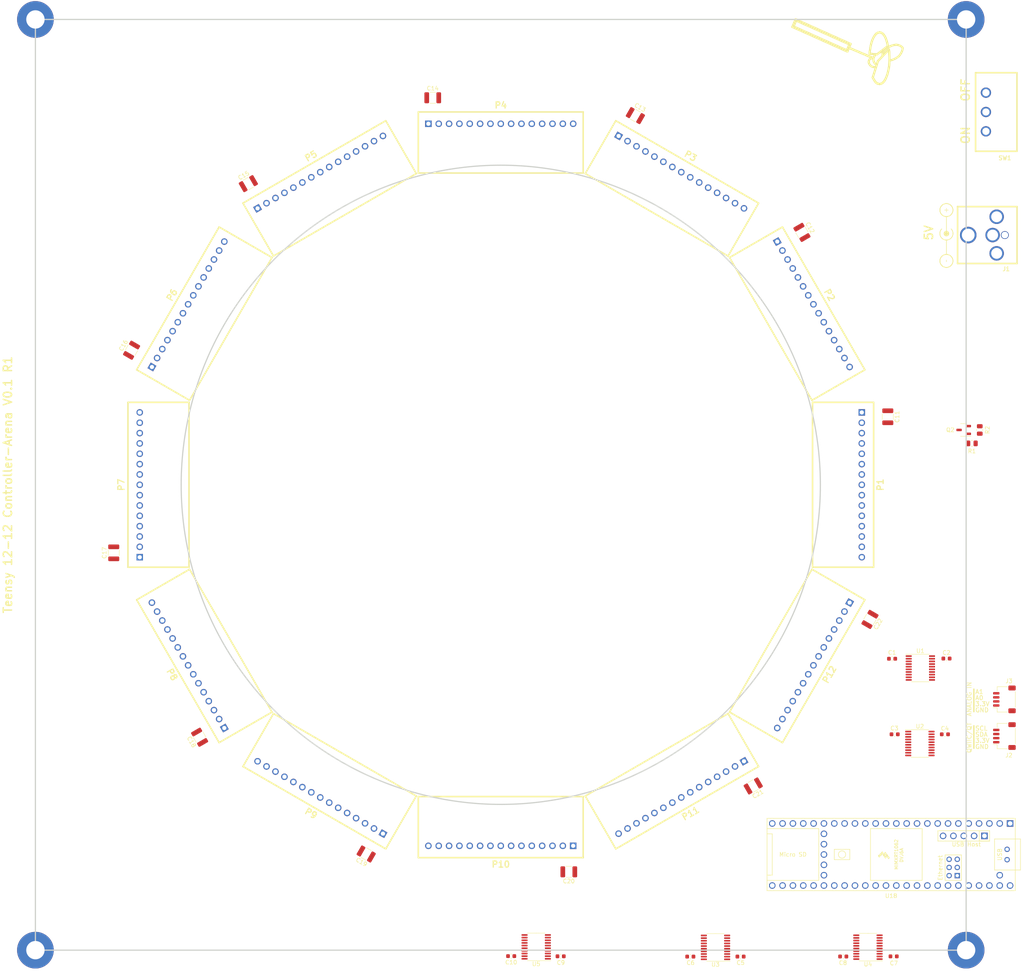
<source format=kicad_pcb>
(kicad_pcb (version 20221018) (generator pcbnew)
  (layers (0 "F.Cu" signal) (1 "In1.Cu" power) (2 "In2.Cu" power) (31 "B.Cu" signal) (34 "B.Paste" user) (35 "F.Paste" user) (36 "B.SilkS" user "B.Silkscreen") (37 "F.SilkS" user "F.Silkscreen") (38 "B.Mask" user) (39 "F.Mask" user) (44 "Edge.Cuts" user))
  (net 0 "")
  (net 1 "+3.3V")
  (net 2 "+5V")
  (net 4 "Net-(SW1-A)")
  (net 5 "/Teensy/SDA")
  (net 8 "/Teensy/SCL")
  (net 9 "/Teensy/A0")
  (net 11 "/Teensy/A1")
  (net 13 "/Level Shifters/PAN5V.SCK_1")
  (net 14 "/Level Shifters/PAN5V.SCK_0")
  (net 15 "/Level Shifters/PAN5V.MOSI_0")
  (net 16 "/Level Shifters/PAN5V.MISO_0")
  (net 17 "/Level Shifters/PAN5V.CS_00")
  (net 18 "/Level Shifters/PAN5V.CS_01")
  (net 19 "/Level Shifters/PAN5V.CS_02")
  (net 20 "/Level Shifters/PAN5V.CS_03")
  (net 21 "/Level Shifters/PAN5V.CS_04")
  (net 22 "/Level Shifters/PAN5V.EXT_INT")
  (net 23 "GND")
  (net 27 "/Level Shifters/PAN5V.CS_05")
  (net 28 "/Level Shifters/PAN5V.CS_06")
  (net 29 "/Level Shifters/PAN5V.CS_08")
  (net 30 "/Level Shifters/PAN5V.CS_09")
  (net 43 "Net-(Q2-G)")
  (net 44 "/Level Shifters/PAN5V.CS_10")
  (net 45 "/Level Shifters/PAN5V.CS_11")
  (net 46 "/Level Shifters/PAN5V.CS_12")
  (net 47 "/Level Shifters/PAN5V.CS_13")
  (net 48 "/Level Shifters/PAN5V.CS_14")
  (net 49 "/Level Shifters/PAN5V.CS_15")
  (net 50 "/Level Shifters/PAN5V.CS_16")
  (net 51 "/Level Shifters/PAN5V.CS_17")
  (net 52 "/Level Shifters/PAN5V.CS_18")
  (net 53 "/Level Shifters/PAN5V.CS_19")
  (net 54 "/Level Shifters/PAN5V.CS_20")
  (net 55 "/Level Shifters/PAN5V.CS_21")
  (net 56 "/Level Shifters/PAN5V.CS_22")
  (net 57 "/Level Shifters/PAN5V.CS_23")
  (net 58 "/Level Shifters/PAN5V.CS_24")
  (net 59 "/Level Shifters/PAN5V.CS_25")
  (net 60 "/Level Shifters/PAN5V.CS_26")
  (net 61 "/Level Shifters/PAN5V.CS_27")
  (net 62 "/Level Shifters/PAN5V.CS_28")
  (net 63 "/Level Shifters/PAN5V.CS_29")
  (net 64 "/Level Shifters/PAN5V.MOSI_1")
  (net 65 "/Level Shifters/PAN5V.MISO_1")
  (net 84 "/Level Shifters/PAN5V.RESET")
  (net 85 "/Level Shifters/PAN3V.RESET")
  (net 86 "/Level Shifters/PAN3V.SCK_0")
  (net 87 "/Level Shifters/PAN3V.MOSI_0")
  (net 88 "/Level Shifters/PAN3V.MISO_0")
  (net 90 "/Level Shifters/PAN3V.SCK_1")
  (net 91 "/Level Shifters/PAN3V.MOSI_1")
  (net 92 "/Level Shifters/PAN3V.MISO_1")
  (net 94 "/Level Shifters/PAN3V.CS_00")
  (net 95 "/Level Shifters/PAN3V.CS_01")
  (net 96 "/Level Shifters/PAN3V.CS_02")
  (net 97 "/Level Shifters/PAN3V.CS_03")
  (net 98 "/Level Shifters/PAN3V.CS_04")
  (net 99 "/Level Shifters/PAN3V.CS_05")
  (net 100 "/Level Shifters/PAN3V.CS_06")
  (net 101 "/Level Shifters/PAN3V.CS_07")
  (net 102 "/Level Shifters/PAN5V.CS_07")
  (net 103 "/Level Shifters/PAN3V.CS_08")
  (net 104 "/Level Shifters/PAN3V.CS_09")
  (net 105 "/Level Shifters/PAN3V.CS_10")
  (net 106 "/Level Shifters/PAN3V.CS_11")
  (net 107 "/Level Shifters/PAN3V.CS_12")
  (net 108 "/Level Shifters/PAN3V.CS_13")
  (net 109 "/Level Shifters/PAN3V.CS_14")
  (net 110 "/Level Shifters/PAN3V.CS_15")
  (net 111 "/Level Shifters/PAN3V.CS_16")
  (net 112 "/Level Shifters/PAN3V.CS_17")
  (net 113 "/Level Shifters/PAN3V.CS_18")
  (net 114 "/Level Shifters/PAN3V.CS_19")
  (net 115 "/Level Shifters/PAN3V.CS_20")
  (net 116 "/Level Shifters/PAN3V.CS_21")
  (net 117 "/Level Shifters/PAN3V.CS_22")
  (net 118 "/Level Shifters/PAN3V.CS_23")
  (net 119 "/Level Shifters/PAN3V.CS_24")
  (net 120 "/Level Shifters/PAN3V.CS_25")
  (net 121 "/Level Shifters/PAN3V.CS_26")
  (net 122 "/Level Shifters/PAN3V.CS_27")
  (net 123 "/Level Shifters/PAN3V.CS_28")
  (net 124 "/Level Shifters/PAN3V.CS_29")
  (net 126 "/Level Shifters/PAN3V.EXT_INT")
  (net 146 "/Panel Headers/RESET")
  (footprint "Capacitor_SMD:C_0603_1608Metric" (layer "F.Cu") (at 274.545 239.08 180)
    (fp_text reference "C3")
    (fp_text value "0.1uF")
  )
  (footprint "Capacitor_SMD:C_1210_3225Metric" (layer "F.Cu") (at 210.858715 87.120624 -30)
    (fp_text reference "C13")
    (fp_text value "100uF")
  )
  (footprint "MountingHole:MountingHole_4.5mm_Pad" (layer "F.Cu") (at 63.5 63.5)
    (fp_text reference "H1" hide)
    (fp_text value "MountingHole_Pad")
  )
  (footprint "arena_custom:HEADER_TOP" (layer "F.Cu") (at 177.799999 266.474028 180)
    (fp_text reference "P10")
    (fp_text value "CONN15" hide)
  )
  (footprint "Capacitor_SMD:C_0603_1608Metric" (layer "F.Cu") (at 224.355 293.684 180)
    (fp_text reference "C6")
    (fp_text value "0.1uF")
  )
  (footprint "arena_custom:HEADER_TOP" (layer "F.Cu") (at 254.593961 222.137014 -120)
    (fp_text reference "P12")
    (fp_text value "CONN15" hide)
  )
  (footprint "arena_custom:HEADER_TOP" (layer "F.Cu") (at 89.125971 177.8 90)
    (fp_text reference "P7")
    (fp_text value "CONN15" hide)
  )
  (footprint "Capacitor_SMD:C_1210_3225Metric" (layer "F.Cu") (at 161.09 82.739999)
    (fp_text reference "C14")
    (fp_text value "100uF")
  )
  (footprint "Capacitor_SMD:C_1210_3225Metric" (layer "F.Cu") (at 268.479375 210.858715 -120)
    (fp_text reference "C22")
    (fp_text value "100uF")
  )
  (footprint "arena_custom:slide_switch" (layer "F.Cu") (at 299.5 86.233 90)
    (fp_text reference "SW1")
    (fp_text value "SW_SPDT" hide)
  )
  (footprint "Package_SO:TSSOP-20_4.4x6.5mm_P0.65mm" (layer "F.Cu") (at 230.5396 291.4176 180)
    (fp_text reference "U3")
    (fp_text value "TXB0108PW")
  )
  (footprint "Capacitor_SMD:C_0603_1608Metric" (layer "F.Cu") (at 261.912 293.654 180)
    (fp_text reference "C8")
    (fp_text value "0.1uF")
  )
  (footprint "Package_SO:TSSOP-20_4.4x6.5mm_P0.65mm" (layer "F.Cu") (at 280.7409 241.3398)
    (fp_text reference "U2")
    (fp_text value "TXB0108PW")
  )
  (footprint "Capacitor_SMD:C_1210_3225Metric" (layer "F.Cu") (at 103.830624 239.801284 120)
    (fp_text reference "C18")
    (fp_text value "100uF")
  )
  (footprint "arena_custom:HEADER_TOP" (layer "F.Cu") (at 133.462985 254.593961 150)
    (fp_text reference "P9")
    (fp_text value "CONN15" hide)
  )
  (footprint "arena_custom:HEADER_TOP" (layer "F.Cu") (at 222.137014 254.593961 -150)
    (fp_text reference "P11")
    (fp_text value "CONN15" hide)
  )
  (footprint "Capacitor_SMD:C_0603_1608Metric" (layer "F.Cu") (at 192.504 293.604)
    (fp_text reference "C9")
    (fp_text value "0.1uF")
  )
  (footprint "arena_custom:JST_SH_SM04B-SRSS-TB_1x04-1MP_P1.00mm_Horizontal" (layer "F.Cu") (at 301.5 230.505 90)
    (fp_text reference "J3")
    (fp_text value "Conn_01x04")
  )
  (footprint "Capacitor_SMD:C_0603_1608Metric" (layer "F.Cu") (at 287.274 220.472)
    (fp_text reference "C2")
    (fp_text value "0.1uF")
  )
  (footprint "Capacitor_SMD:C_0603_1608Metric" (layer "F.Cu") (at 236.69 293.674)
    (fp_text reference "C5")
    (fp_text value "0.1uF")
  )
  (footprint "Capacitor_SMD:C_0603_1608Metric" (layer "F.Cu") (at 180.354 293.564 180)
    (fp_text reference "C10")
    (fp_text value "0.1uF")
  )
  (footprint "MountingHole:MountingHole_4.5mm_Pad" (layer "F.Cu") (at 292.1 292.1)
    (fp_text reference "H3" hide)
    (fp_text value "MountingHole_Pad")
  )
  (footprint "Package_SO:TSSOP-20_4.4x6.5mm_P0.65mm" (layer "F.Cu") (at 280.8555 222.799)
    (fp_text reference "U1")
    (fp_text value "TXB0108PW")
  )
  (footprint "Package_TO_SOT_SMD:SOT-23-3" (layer "F.Cu") (at 291.5035 164.328 180)
    (fp_text reference "Q2")
    (fp_text value "MOSFET_NCHAN")
  )
  (footprint "MountingHole:MountingHole_4.5mm_Pad" (layer "F.Cu") (at 63.5 292.1)
    (fp_text reference "H4" hide)
    (fp_text value "MountingHole_Pad")
  )
  (footprint "arena_custom:DCJACK_2PIN_HIGHCURRENT" (layer "F.Cu") (at 304.6 116.459 -90)
    (fp_text reference "J1")
    (fp_text value "Barrel_Jack" hide)
  )
  (footprint "Capacitor_SMD:C_1210_3225Metric" (layer "F.Cu") (at 115.798715 103.830624 30)
    (fp_text reference "C15")
    (fp_text value "100uF")
  )
  (footprint "arena_custom:HEADER_TOP" (layer "F.Cu") (at 133.462985 101.006038 30)
    (fp_text reference "P5")
    (fp_text value "CONN15" hide)
  )
  (footprint "Capacitor_SMD:C_1210_3225Metric" (layer "F.Cu") (at 239.801284 251.769375 -150)
    (fp_text reference "C21")
    (fp_text value "100uF")
  )
  (footprint "Package_SO:TSSOP-20_4.4x6.5mm_P0.65mm" (layer "F.Cu") (at 267.9826 291.3668 180)
    (fp_text reference "U4")
    (fp_text value "TXB0108PW")
  )
  (footprint "arena_custom:HEADER_TOP" (layer "F.Cu") (at 177.8 89.125971)
    (fp_text reference "P4")
    (fp_text value "CONN15" hide)
  )
  (footprint "Resistor_SMD:R_0805_2012Metric" (layer "F.Cu") (at 293.5175 167.63)
    (fp_text reference "R1")
    (fp_text value "200")
  )
  (footprint "Capacitor_SMD:C_1210_3225Metric" (layer "F.Cu") (at 272.86 161.09 -90)
    (fp_text reference "C11")
    (fp_text value "100uF")
  )
  (footprint "Capacitor_SMD:C_1210_3225Metric" (layer "F.Cu") (at 251.769375 115.798715 -60)
    (fp_text reference "C12")
    (fp_text value "100uF")
  )
  (footprint "teensy:Teensy41" (layer "F.Cu") (at 273.685 268.605 180)
    (fp_text reference "U18")
    (fp_text value "Teensy4.1")
  )
  (footprint "arena_custom:HEADER_TOP" (layer "F.Cu") (at 266.474028 177.8 -90)
    (fp_text reference "P1")
    (fp_text value "CONN15" hide)
  )
  (footprint "arena_custom:HEADER_TOP" (layer "F.Cu") (at 101.006038 133.462985 60)
    (fp_text reference "P6")
    (fp_text value "CONN15" hide)
  )
  (footprint "arena_custom:HEADER_TOP" (layer "F.Cu") (at 101.006038 222.137014 120)
    (fp_text reference "P8")
    (fp_text value "CONN15" hide)
  )
  (footprint "MountingHole:MountingHole_4.5mm_Pad" (layer "F.Cu") (at 292.1 63.5)
    (fp_text reference "H2" hide)
    (fp_text value "MountingHole_Pad")
  )
  (footprint "Capacitor_SMD:C_0603_1608Metric" (layer "F.Cu") (at 286.885 239.08)
    (fp_text reference "C4")
    (fp_text value "0.1uF")
  )
  (footprint "Capacitor_SMD:C_0603_1608Metric" (layer "F.Cu") (at 274.292 293.624)
    (fp_text reference "C7")
    (fp_text value "0.1uF")
  )
  (footprint "Capacitor_SMD:C_1210_3225Metric" (layer "F.Cu") (at 87.120624 144.741284 60)
    (fp_text reference "C16")
    (fp_text value "100uF")
  )
  (footprint "Capacitor_SMD:C_0603_1608Metric" (layer "F.Cu") (at 273.9136 220.5228 180)
    (fp_text reference "C1")
    (fp_text value "0.1uF")
  )
  (footprint "arena_custom:HEADER_TOP" (layer "F.Cu") (at 254.593961 133.462985 -60)
    (fp_text reference "P2")
    (fp_text value "CONN15" hide)
  )
  (footprint "Capacitor_SMD:C_1210_3225Metric" (layer "F.Cu") (at 194.51 272.86 180)
    (fp_text reference "C20")
    (fp_text value "100uF")
  )
  (footprint "arena_custom:JST_SH_SM04B-SRSS-TB_1x04-1MP_P1.00mm_Horizontal" (layer "F.Cu") (at 301.5 239.516 90)
    (fp_text reference "J2")
    (fp_text value "Conn_01x04")
  )
  (footprint "Capacitor_SMD:C_1210_3225Metric" (layer "F.Cu") (at 144.741284 268.479375 150)
    (fp_text reference "C19")
    (fp_text value "100uF")
  )
  (footprint "Capacitor_SMD:C_1210_3225Metric" (layer "F.Cu") (at 82.739999 194.51 90)
    (fp_text reference "C17")
    (fp_text value "100uF")
  )
  (footprint "arena_custom:HEADER_TOP" (layer "F.Cu") (at 222.137014 101.006038 -30)
    (fp_text reference "P3")
    (fp_text value "CONN15" hide)
  )
  (footprint "Package_SO:TSSOP-20_4.4x6.5mm_P0.65mm" (layer "F.Cu") (at 186.5017 291.2958 180)
    (fp_text reference "U5")
    (fp_text value "TXB0108PW")
  )
  (footprint "Resistor_SMD:R_0805_2012Metric" (layer "F.Cu") (at 295.446 164.328 -90)
    (fp_text reference "R2")
    (fp_text value "20k")
  )
  (gr_line (start 272.719791 77.056148) (end 272.792723 76.816793) (stroke (width 0.514144)) (layer "F.SilkS"))
  (gr_line (start 269.848875 78.84365) (end 269.949642 78.94925) (stroke (width 0.514144)) (layer "F.SilkS"))
  (gr_line (start 269.91939 75.129372) (end 269.568674 75.230056) (stroke (width 0.514144)) (layer "F.SilkS"))
  (gr_line (start 285.958677 117.020687) (end 285.912617 116.954601) (stroke (width 0.15487)) (layer "F.SilkS"))
  (gr_line (start 287.579658 108.759663) (end 287.656965 108.777506) (stroke (width 0.179621)) (layer "F.SilkS"))
  (gr_line (start 286.301544 109.044649) (end 286.364193 109.000099) (stroke (width 0.179621)) (layer "F.SilkS"))
  (gr_line (start 273.203414 74.60929) (end 273.230843 74.302741) (stroke (width 0.514144)) (layer "F.SilkS"))
  (gr_line (start 268.538467 71.922576) (end 268.398283 71.928386) (stroke (width 0.514144)) (layer "F.SilkS"))
  (gr_line (start 268.574091 73.118561) (end 268.857945 73.03804) (stroke (width 0.514144)) (layer "F.SilkS"))
  (gr_line (start 269.169029 77.753918) (end 269.385651 78.183367) (stroke (width 0.514144)) (layer "F.SilkS"))
  (gr_line (start 271.889088 78.737053) (end 271.995033 78.597133) (stroke (width 0.514144)) (layer "F.SilkS"))
  (gr_line (start 287.807038 124.313867) (end 287.732792 124.338989) (stroke (width 0.179621)) (layer "F.SilkS"))
  (gr_line (start 288.624191 121.984336) (end 288.662666 122.051252) (stroke (width 0.179621)) (layer "F.SilkS"))
  (gr_line (start 270.373143 79.255534) (end 270.483539 79.301598) (stroke (width 0.514144)) (layer "F.SilkS"))
  (gr_line (start 269.627802 78.587148) (end 269.849848 78.897612) (stroke (width 0.514144)) (layer "F.SilkS"))
  (gr_line (start 287.014275 111.904619) (end 286.935586 111.890567) (stroke (width 0.179621)) (layer "F.SilkS"))
  (gr_line (start 288.644971 116.886798) (end 288.602596 116.954601) (stroke (width 0.15487)) (layer "F.SilkS"))
  (gr_line (start 270.12026 79.162894) (end 270.402342 79.294654) (stroke (width 0.514144)) (layer "F.SilkS"))
  (gr_line (start 286.183213 123.995719) (end 286.127717 123.94281) (stroke (width 0.179621)) (layer "F.SilkS"))
  (gr_line (start 286.429041 124.179493) (end 286.364208 124.13793) (stroke (width 0.179621)) (layer "F.SilkS"))
  (gr_line (start 288.851319 116.299732) (end 288.838422 116.37612) (stroke (width 0.15487)) (layer "F.SilkS"))
  (gr_line (start 272.046604 71.989815) (end 270.43001 73.735033) (stroke (width 0.514144)) (layer "F.SilkS"))
  (gr_line (start 286.24118 121.579884) (end 286.301544 121.532447) (stroke (width 0.179621)) (layer "F.SilkS"))
  (gr_line (start 269.072842 68.532694) (end 269.358938 67.903329) (stroke (width 0.514144)) (layer "F.SilkS"))
  (gr_line (start 268.490036 74.712817) (end 268.294985 74.405939) (stroke (width 0.514144)) (layer "F.SilkS"))
  (gr_line (start 269.95576 67.084344) (end 270.162314 66.914871) (stroke (width 0.514144)) (layer "F.SilkS"))
  (gr_line (start 287.175394 111.920951) (end 287.094245 111.914781) (stroke (width 0.179621)) (layer "F.SilkS"))
  (gr_line (start 275.697613 69.857459) (end 276.045895 70.048451) (stroke (width 0.514144)) (layer "F.SilkS"))
  (gr_line (start 285.932595 123.706323) (end 285.891031 123.64149) (stroke (width 0.179621)) (layer "F.SilkS"))
  (gr_line (start 285.678102 110.081768) (end 285.692154 110.00308) (stroke (width 0.179621)) (layer "F.SilkS"))
  (gr_line (start 268.687622 74.905469) (end 268.490036 74.712817) (stroke (width 0.514144)) (layer "F.SilkS"))
  (gr_line (start 269.213842 77.812465) (end 269.296205 77.988991) (stroke (width 0.514144)) (layer "F.SilkS"))
  (gr_line (start 288.332018 111.507921) (end 288.274039 111.558144) (stroke (width 0.179621)) (layer "F.SilkS"))
  (gr_line (start 268.294985 74.405939) (end 268.204859 74.17758) (stroke (width 0.514144)) (layer "F.SilkS"))
  (gr_line (start 288.662666 109.563454) (end 288.697954 109.632353) (stroke (width 0.179621)) (layer "F.SilkS"))
  (gr_line (start 287.257623 111.923031) (end 287.175394 111.920951) (stroke (width 0.179621)) (layer "F.SilkS"))
  (gr_line (start 287.500969 108.745611) (end 287.579658 108.759663) (stroke (width 0.179621)) (layer "F.SilkS"))
  (gr_line (start 271.584177 79.084107) (end 272.001749 78.655636) (stroke (width 0.514144)) (layer "F.SilkS"))
  (gr_line (start 285.891023 109.496538) (end 285.932586 109.431706) (stroke (width 0.179621)) (layer "F.SilkS"))
  (gr_line (start 288.847273 122.649536) (end 288.853443 122.730685) (stroke (width 0.179621)) (layer "F.SilkS"))
  (gr_line (start 287.950382 121.372569) (end 288.01928 121.407857) (stroke (width 0.179621)) (layer "F.SilkS"))
  (gr_line (start 286.179039 117.264324) (end 286.118965 117.207211) (stroke (width 0.15487)) (layer "F.SilkS"))
  (gr_line (start 271.557158 72.298344) (end 271.562769 72.215878) (stroke (width 0.514144)) (layer "F.SilkS"))
  (gr_line (start 288.697954 111.017877) (end 288.662666 111.086776) (stroke (width 0.179621)) (layer "F.SilkS"))
  (gr_line (start 271.796884 67.188567) (end 271.866965 67.27346) (stroke (width 0.514144)) (layer "F.SilkS"))
  (gr_line (start 288.823059 110.00308) (end 288.837111 110.081768) (stroke (width 0.179621)) (layer "F.SilkS"))
  (gr_line (start 270.042082 66.980845) (end 270.486469 66.719946) (stroke (width 0.514144)) (layer "F.SilkS"))
  (gr_line (start 288.44042 121.738511) (end 288.490643 121.796491) (stroke (width 0.179621)) (layer "F.SilkS"))
  (gr_line (start 273.396069 73.592428) (end 273.26293 73.636146) (stroke (width 0.514144)) (layer "F.SilkS"))
  (gr_line (start 271.175363 66.746491) (end 271.258978 66.778138) (stroke (width 0.514144)) (layer "F.SilkS"))
  (gr_line (start 286.635626 108.852772) (end 286.708191 108.824161) (stroke (width 0.179621)) (layer "F.SilkS"))
  (gr_line (start 285.737589 116.601278) (end 285.713638 116.527036) (stroke (width 0.15487)) (layer "F.SilkS"))
  (gr_line (start 287.014268 121.233409) (end 287.094239 121.223247) (stroke (width 0.179621)) (layer "F.SilkS"))
  (gr_line (start 287.807038 111.826069) (end 287.732792 111.851191) (stroke (width 0.179621)) (layer "F.SilkS"))
  (gr_line (start 288.853443 122.895142) (end 288.847273 122.976291) (stroke (width 0.179621)) (layer "F.SilkS"))
  (gr_line (start 286.301558 124.093379) (end 286.241193 124.045942) (stroke (width 0.179621)) (layer "F.SilkS"))
  (gr_line (start 270.652049 79.34661) (end 270.708938 79.355045) (stroke (width 0.514144)) (layer "F.SilkS"))
  (gr_line (start 287.411957 117.671485) (end 287.334853 117.677012) (stroke (width 0.15487)) (layer "F.SilkS"))
  (gr_line (start 288.086196 111.691695) (end 288.01928 111.730171) (stroke (width 0.179621)) (layer "F.SilkS"))
  (gr_line (start 287.334853 117.677012) (end 287.257606 117.678855) (stroke (width 0.15487)) (layer "F.SilkS"))
  (gr_line (start 276.063288 71.879708) (end 275.824175 72.244406) (stroke (width 0.514144)) (layer "F.SilkS"))
  (gr_line (start 271.953175 71.26514) (end 272.16674 70.993802) (stroke (width 0.514144)) (layer "F.SilkS"))
  (gr_line (start 287.257623 115.420801) (end 287.257623 111.996042) (stroke (width 0.168772)) (layer "F.SilkS"))
  (gr_line (start 285.891031 123.64149) (end 285.852554 123.574574) (stroke (width 0.179621)) (layer "F.SilkS"))
  (gr_line (start 269.655783 72.404764) (end 269.813437 72.22149) (stroke (width 0.514144)) (layer "F.SilkS"))
  (gr_line (start 268.378971 73.29255) (end 268.574091 73.118561) (stroke (width 0.514144)) (layer "F.SilkS"))
  (gr_line (start 286.635639 124.285256) (end 286.564857 124.253257) (stroke (width 0.179621)) (layer "F.SilkS"))
  (gr_line (start 285.66177 110.242887) (end 285.66794 110.161738) (stroke (width 0.179621)) (layer "F.SilkS"))
  (gr_line (start 287.094245 111.914781) (end 287.014275 111.904619) (stroke (width 0.179621)) (layer "F.SilkS"))
  (gr_line (start 287.950382 111.765459) (end 287.879601 111.797458) (stroke (width 0.179621)) (layer "F.SilkS"))
  (gr_line (start 288.729953 123.434894) (end 288.697954 123.505675) (stroke (width 0.179621)) (layer "F.SilkS"))
  (gr_line (start 271.74168 67.120768) (end 272.14785 67.677546) (stroke (width 0.514144)) (layer "F.SilkS"))
  (gr_line (start 276.045895 70.048451) (end 276.310637 70.266337) (stroke (width 0.514144)) (layer "F.SilkS"))
  (gr_line (start 262.869029 71.238685) (end 249.569411 65.284054) (stroke (width 0.514144)) (layer "F.SilkS"))
  (gr_line (start 285.654682 115.914214) (end 285.663894 115.837397) (stroke (width 0.15487)) (layer "F.SilkS"))
  (gr_line (start 288.860531 116.222914) (end 288.851319 116.299732) (stroke (width 0.15487)) (layer "F.SilkS"))
  (gr_line (start 262.984506 71.29082) (end 263.743691 69.51028) (stroke (width 0.514144)) (layer "F.SilkS"))
  (gr_line (start 270.823954 66.689781) (end 270.91435 66.693356) (stroke (width 0.514144)) (layer "F.SilkS"))
  (gr_line (start 272.561228 77.506092) (end 272.642575 77.286047) (stroke (width 0.514144)) (layer "F.SilkS"))
  (gr_line (start 286.708191 121.311959) (end 286.782438 121.286837) (stroke (width 0.179621)) (layer "F.SilkS"))
  (gr_line (start 270.402342 79.294654) (end 270.845429 79.369321) (stroke (width 0.514144)) (layer "F.SilkS"))
  (gr_line (start 287.935657 117.529624) (end 287.863562 117.560944) (stroke (width 0.15487)) (layer "F.SilkS"))
  (gr_line (start 287.180359 117.677012) (end 287.103255 117.671485) (stroke (width 0.15487)) (layer "F.SilkS"))
  (gr_line (start 274.365448 69.786521) (end 274.732374 69.731135) (stroke (width 0.514144)) (layer "F.SilkS"))
  (gr_line (start 288.209728 117.367496) (end 288.143643 117.413555) (stroke (width 0.15487)) (layer "F.SilkS"))
  (gr_line (start 287.026438 117.662273) (end 286.950049 117.649377) (stroke (width 0.15487)) (layer "F.SilkS"))
  (gr_line (start 287.339851 111.920951) (end 287.257623 111.923031) (stroke (width 0.179621)) (layer "F.SilkS"))
  (gr_line (start 275.3629 69.776092) (end 275.697613 69.857459) (stroke (width 0.514144)) (layer "F.SilkS"))
  (gr_line (start 269.813437 72.22149) (end 269.933432 72.102344) (stroke (width 0.514144)) (layer "F.SilkS"))
  (gr_line (start 272.975988 70.361552) (end 273.168289 70.250358) (stroke (width 0.514144)) (layer "F.SilkS"))
  (gr_line (start 276.470799 70.922516) (end 276.357002 71.278013) (stroke (width 0.514144)) (layer "F.SilkS"))
  (gr_line (start 271.66866 78.97738) (end 271.780245 78.863935) (stroke (width 0.514144)) (layer "F.SilkS"))
  (gr_line (start 287.640979 117.632796) (end 287.565163 117.649377) (stroke (width 0.15487)) (layer "F.SilkS"))
  (gr_line (start 288.387512 109.195218) (end 288.44042 109.250713) (stroke (width 0.179621)) (layer "F.SilkS"))
  (gr_line (start 270.486109 66.747234) (end 270.597313 66.715491) (stroke (width 0.514144)) (layer "F.SilkS"))
  (gr_line (start 276.310637 70.266337) (end 276.487316 70.447612) (stroke (width 0.514144)) (layer "F.SilkS"))
  (gr_line (start 285.75665 109.775698) (end 285.785261 109.703135) (stroke (width 0.179621)) (layer "F.SilkS"))
  (gr_line (start 286.708204 124.313867) (end 286.635639 124.285256) (stroke (width 0.179621)) (layer "F.SilkS"))
  (gr_line (start 286.935586 124.378364) (end 286.858278 124.360522) (stroke (width 0.179621)) (layer "F.SilkS"))
  (gr_line (start 288.853443 110.242887) (end 288.855522 110.325115) (stroke (width 0.179621)) (layer "F.SilkS"))
  (gr_line (start 273.199471 71.40298) (end 273.170914 71.146272) (stroke (width 0.514144)) (layer "F.SilkS"))
  (gr_line (start 271.00305 66.704039) (end 271.090054 66.721771) (stroke (width 0.514144)) (layer "F.SilkS"))
  (gr_line (start 287.950382 108.884771) (end 288.01928 108.920059) (stroke (width 0.179621)) (layer "F.SilkS"))
  (gr_line (start 288.396248 117.207211) (end 288.336173 117.264324) (stroke (width 0.15487)) (layer "F.SilkS"))
  (gr_line (start 285.870242 115.250331) (end 285.912617 115.182528) (stroke (width 0.15487)) (layer "F.SilkS"))
  (gr_line (start 285.713638 115.610093) (end 285.737589 115.535851) (stroke (width 0.15487)) (layer "F.SilkS"))
  (gr_line (start 285.709998 123.212257) (end 285.692155 123.134949) (stroke (width 0.179621)) (layer "F.SilkS"))
  (gr_line (start 268.398283 71.928386) (end 268.443264 71.372715) (stroke (width 0.514144)) (layer "F.SilkS"))
  (gr_line (start 250.277988 63.622209) (end 263.577606 69.576838) (stroke (width 0.514144)) (layer "F.SilkS"))
  (gr_line (start 288.387512 121.683016) (end 288.44042 121.738511) (stroke (width 0.179621)) (layer "F.SilkS"))
  (gr_line (start 288.602596 116.954601) (end 288.556536 117.020687) (stroke (width 0.15487)) (layer "F.SilkS"))
  (gr_line (start 272.386758 77.915027) (end 272.475904 77.715885) (stroke (width 0.514144)) (layer "F.SilkS"))
  (gr_line (start 288.851319 115.837397) (end 288.860531 115.914214) (stroke (width 0.15487)) (layer "F.SilkS"))
  (gr_line (start 270.823706 79.361837) (end 270.950176 79.353592) (stroke (width 0.514144)) (layer "F.SilkS"))
  (gr_line (start 288.823059 123.134949) (end 288.805217 123.212257) (stroke (width 0.179621)) (layer "F.SilkS"))
  (gr_line (start 272.192051 67.792474) (end 272.252008 67.914764) (stroke (width 0.514144)) (layer "F.SilkS"))
  (gr_line (start 288.624191 109.496538) (end 288.662666 109.563454) (stroke (width 0.179621)) (layer "F.SilkS"))
  (gr_line (start 285.663894 115.837397) (end 285.676791 115.761009) (stroke (width 0.15487)) (layer "F.SilkS"))
  (gr_line (start 272.526536 68.615325) (end 272.624571 68.936007) (stroke (width 0.514144)) (layer "F.SilkS"))
  (gr_line (start 274.300501 73.290538) (end 273.955521 73.448266) (stroke (width 0.514144)) (layer "F.SilkS"))
  (gr_line (start 272.878363 70.030484) (end 272.227131 70.522448) (stroke (width 0.514144)) (layer "F.SilkS"))
  (gr_line (start 286.241193 111.558144) (end 286.183213 111.507921) (stroke (width 0.179621)) (layer "F.SilkS"))
  (gr_line (start 274.611605 73.162883) (end 274.300501 73.290538) (stroke (width 0.514144)) (layer "F.SilkS"))
  (gr_line (start 276.487316 70.447612) (end 276.514114 70.597317) (stroke (width 0.514144)) (layer "F.SilkS"))
  (gr_line (start 288.729953 122.190932) (end 288.758563 122.263496) (stroke (width 0.179621)) (layer "F.SilkS"))
  (gr_line (start 273.463734 70.098418) (end 273.689671 69.989986) (stroke (width 0.514144)) (layer "F.SilkS"))
  (gr_line (start 273.271457 72.470915) (end 273.259991 72.198306) (stroke (width 0.514144)) (layer "F.SilkS"))
  (gr_line (start 269.789995 74.417504) (end 269.64406 74.262718) (stroke (width 0.514144)) (layer "F.SilkS"))
  (gr_line (start 288.332018 123.995719) (end 288.274039 124.045942) (stroke (width 0.179621)) (layer "F.SilkS"))
  (gr_line (start 287.257623 124.410828) (end 287.175394 124.408749) (stroke (width 0.179621)) (layer "F.SilkS"))
  (gr_line (start 285.785261 122.190932) (end 285.81726 122.120151) (stroke (width 0.179621)) (layer "F.SilkS"))
  (gr_line (start 288.847273 110.161738) (end 288.853443 110.242887) (stroke (width 0.179621)) (layer "F.SilkS"))
  (gr_line (start 288.151027 109.000099) (end 288.213675 109.044649) (stroke (width 0.179621)) (layer "F.SilkS"))
  (gr_line (start 288.453362 114.989993) (end 288.506791 115.052216) (stroke (width 0.15487)) (layer "F.SilkS"))
  (gr_line (start 288.506791 117.084913) (end 288.453362 117.147135) (stroke (width 0.15487)) (layer "F.SilkS"))
  (gr_line (start 294 237) (end 294 242.5) (stroke (width 0.381)) (layer "F.SilkS"))
  (gr_line (start 269.081167 72.892436) (end 269.063736 72.933473) (stroke (width 0.514144)) (layer "F.SilkS"))
  (gr_line (start 285.663894 116.299732) (end 285.654682 116.222915) (stroke (width 0.15487)) (layer "F.SilkS"))
  (gr_line (start 288.758563 109.775698) (end 288.783685 109.849944) (stroke (width 0.179621)) (layer "F.SilkS"))
  (gr_line (start 285.756654 110.874532) (end 285.731531 110.800286) (stroke (width 0.179621)) (layer "F.SilkS"))
  (gr_line (start 288.644971 115.25033) (end 288.683661 115.319707) (stroke (width 0.15487)) (layer "F.SilkS"))
  (gr_line (start 270.193455 72.080045) (end 268.398283 71.928388) (stroke (width 0.514144)) (layer "F.SilkS"))
  (gr_line (start 273.170914 71.146272) (end 273.138327 70.894215) (stroke (width 0.514144)) (layer "F.SilkS"))
  (gr_line (start 286.651651 117.560944) (end 286.579555 117.529624) (stroke (width 0.15487)) (layer "F.SilkS"))
  (gr_line (start 288.213675 111.605581) (end 288.151027 111.650132) (stroke (width 0.179621)) (layer "F.SilkS"))
  (gr_line (start 285.852554 123.574574) (end 285.817265 123.505675) (stroke (width 0.179621)) (layer "F.SilkS"))
  (gr_line (start 286.1832 109.142309) (end 286.24118 109.092086) (stroke (width 0.179621)) (layer "F.SilkS"))
  (gr_line (start 268.78524 69.424072) (end 269.072842 68.532694) (stroke (width 0.514144)) (layer "F.SilkS"))
  (gr_line (start 286.061851 114.989993) (end 286.118965 114.929917) (stroke (width 0.15487)) (layer "F.SilkS"))
  (gr_line (start 286.061851 117.147135) (end 286.008421 117.084913) (stroke (width 0.15487)) (layer "F.SilkS"))
  (gr_line (start 285.692154 122.490878) (end 285.709996 122.413569) (stroke (width 0.179621)) (layer "F.SilkS"))
  (gr_line (start 287.879601 111.797458) (end 287.807038 111.826069) (stroke (width 0.179621)) (layer "F.SilkS"))
  (gr_line (start 286.024573 109.308693) (end 286.074796 109.250713) (stroke (width 0.179621)) (layer "F.SilkS"))
  (gr_line (start 285.852554 111.086776) (end 285.817265 111.017877) (stroke (width 0.179621)) (layer "F.SilkS"))
  (gr_line (start 286.301544 121.532447) (end 286.364193 121.487896) (stroke (width 0.179621)) (layer "F.SilkS"))
  (gr_line (start 288.783685 123.288084) (end 288.758563 123.36233) (stroke (width 0.179621)) (layer "F.SilkS"))
  (gr_line (start 269.334135 73.088782) (end 269.435669 72.741) (stroke (width 0.514144)) (layer "F.SilkS"))
  (gr_line (start 286.635639 111.797458) (end 286.564857 111.765459) (stroke (width 0.179621)) (layer "F.SilkS"))
  (gr_line (start 288.332018 121.630107) (end 288.387512 121.683016) (stroke (width 0.179621)) (layer "F.SilkS"))
  (gr_line (start 285.831551 116.817422) (end 285.796546 116.746614) (stroke (width 0.15487)) (layer "F.SilkS"))
  (gr_line (start 288.538079 121.856855) (end 288.582629 121.919503) (stroke (width 0.179621)) (layer "F.SilkS"))
  (gr_line (start 286.127717 123.94281) (end 286.074807 123.887315) (stroke (width 0.179621)) (layer "F.SilkS"))
  (gr_line (start 271.562769 72.215878) (end 271.567569 72.155036) (stroke (width 0.514144)) (layer "F.SilkS"))
  (gr_line (start 268.398283 71.928388) (end 268.428869 71.473183) (stroke (width 0.514144)) (layer "F.SilkS"))
  (gr_line (start 286.008421 117.084913) (end 285.958677 117.020687) (stroke (width 0.15487)) (layer "F.SilkS"))
  (gr_line (start 287.014268 108.745611) (end 287.094239 108.735449) (stroke (width 0.179621)) (layer "F.SilkS"))
  (gr_line (start 288.538079 109.369057) (end 288.582629 109.431706) (stroke (width 0.179621)) (layer "F.SilkS"))
  (gr_line (start 288.274039 111.558144) (end 288.213675 111.605581) (stroke (width 0.179621)) (layer "F.SilkS"))
  (gr_line (start 273.280747 73.025764) (end 273.278408 72.746825) (stroke (width 0.514144)) (layer "F.SilkS"))
  (gr_line (start 286.241193 124.045942) (end 286.183213 123.995719) (stroke (width 0.179621)) (layer "F.SilkS"))
  (gr_line (start 249.569411 65.284054) (end 250.277988 63.622209) (stroke (width 0.514144)) (layer "F.SilkS"))
  (gr_line (start 285.81726 122.120151) (end 285.852548 122.051252) (stroke (width 0.179621)) (layer "F.SilkS"))
  (gr_line (start 288.274039 121.579884) (end 288.332018 121.630107) (stroke (width 0.179621)) (layer "F.SilkS"))
  (gr_line (start 271.780245 78.863935) (end 271.889088 78.737053) (stroke (width 0.514144)) (layer "F.SilkS"))
  (gr_line (start 287.807038 108.824161) (end 287.879601 108.852772) (stroke (width 0.179621)) (layer "F.SilkS"))
  (gr_line (start 288.821841 115.685193) (end 288.838422 115.761008) (stroke (width 0.15487)) (layer "F.SilkS"))
  (gr_line (start 269.949642 78.94925) (end 270.05257 79.043534) (stroke (width 0.514144)) (layer "F.SilkS"))
  (gr_line (start 288.837111 110.081768) (end 288.847273 110.161738) (stroke (width 0.179621)) (layer "F.SilkS"))
  (gr_line (start 268.685166 69.837947) (end 268.798444 69.377434) (stroke (width 0.514144)) (layer "F.SilkS"))
  (gr_line (start 271.340898 66.816653) (end 271.421125 66.861974) (stroke (width 0.514144)) (layer "F.SilkS"))
  (gr_line (start 272.984266 76.04597) (end 273.038516 75.77277) (stroke (width 0.514144)) (layer "F.SilkS"))
  (gr_poly (pts (xy 287.191671 110.256718) (xy 287.191671 109.80759) (xy 287.32351 109.80759) (xy 287.32351 110.256718) (xy 287.772643 110.256718) (xy 287.772643 110.393516) (xy 287.32351 110.393516) (xy 287.32351 110.842642) (xy 287.191671 110.842642) (xy 287.191671 110.393516) (xy 286.742538 110.393516) (xy 286.742538 110.256718)) (fill solid) (layer "F.SilkS"))
  (gr_line (start 286.074807 123.887315) (end 286.024583 123.829336) (stroke (width 0.179621)) (layer "F.SilkS"))
  (gr_line (start 286.858278 124.360522) (end 286.78245 124.338989) (stroke (width 0.179621)) (layer "F.SilkS"))
  (gr_line (start 288.853443 122.730685) (end 288.855522 122.812913) (stroke (width 0.179621)) (layer "F.SilkS"))
  (gr_line (start 275.544306 72.557474) (end 275.243549 72.784521) (stroke (width 0.514144)) (layer "F.SilkS"))
  (gr_line (start 287.500969 121.233409) (end 287.579658 121.247462) (stroke (width 0.179621)) (layer "F.SilkS"))
  (gr_line (start 288.538079 123.768971) (end 288.490643 123.829336) (stroke (width 0.179621)) (layer "F.SilkS"))
  (gr_line (start 288.396248 114.929917) (end 288.453362 114.989993) (stroke (width 0.15487)) (layer "F.SilkS"))
  (gr_line (start 287.656965 124.360522) (end 287.579658 124.378364) (stroke (width 0.179621)) (layer "F.SilkS"))
  (gr_line (start 287.094239 108.735449) (end 287.175391 108.729279) (stroke (width 0.179621)) (layer "F.SilkS"))
  (gr_line (start 272.310281 68.043075) (end 272.36687 68.177347) (stroke (width 0.514144)) (layer "F.SilkS"))
  (gr_line (start 288.783685 109.849944) (end 288.805217 109.925771) (stroke (width 0.179621)) (layer "F.SilkS"))
  (gr_line (start 269.654291 78.599687) (end 269.750386 78.72703) (stroke (width 0.514144)) (layer "F.SilkS"))
  (gr_line (start 287.257623 121.15327) (end 287.257623 117.728512) (stroke (width 0.168772)) (layer "F.SilkS"))
  (gr_line (start 288.44042 111.399517) (end 288.387512 111.455012) (stroke (width 0.179621)) (layer "F.SilkS"))
  (gr_line (start 285.731528 109.849944) (end 285.75665 109.775698) (stroke (width 0.179621)) (layer "F.SilkS"))
  (gr_line (start 271.394184 66.835062) (end 271.74168 67.120768) (stroke (width 0.514144)) (layer "F.SilkS"))
  (gr_line (start 287.500969 111.904619) (end 287.421 111.914781) (stroke (width 0.179621)) (layer "F.SilkS"))
  (gr_line (start 285.66794 122.976291) (end 285.66177 122.895142) (stroke (width 0.179621)) (layer "F.SilkS"))
  (gr_line (start 285.731528 122.337742) (end 285.75665 122.263496) (stroke (width 0.179621)) (layer "F.SilkS"))
  (gr_line (start 288.718667 115.390515) (end 288.749987 115.46261) (stroke (width 0.15487)) (layer "F.SilkS"))
  (gr_line (start 273.223901 71.664068) (end 273.199471 71.40298) (stroke (width 0.514144)) (layer "F.SilkS"))
  (gr_line (start 268.798444 69.377434) (end 268.926541 68.945956) (stroke (width 0.514144)) (layer "F.SilkS"))
  (gr_line (start 271.567569 72.155036) (end 271.569822 72.132033) (stroke (width 0.514144)) (layer "F.SilkS"))
  (gr_line (start 286.495957 124.217969) (end 286.429041 124.179493) (stroke (width 0.179621)) (layer "F.SilkS"))
  (gr_line (start 269.435669 72.741) (end 269.655783 72.404764) (stroke (width 0.514144)) (layer "F.SilkS"))
  (gr_line (start 286.858267 121.265304) (end 286.935577 121.247462) (stroke (width 0.179621)) (layer "F.SilkS"))
  (gr_line (start 286.564843 121.372569) (end 286.635626 121.34057) (stroke (width 0.179621)) (layer "F.SilkS"))
  (gr_line (start 285.65969 110.325115) (end 285.66177 110.242887) (stroke (width 0.179621)) (layer "F.SilkS"))
  (gr_line (start 287.014275 124.392417) (end 286.935586 124.378364) (stroke (width 0.179621)) (layer "F.SilkS"))
  (gr_line (start 286.024573 121.796491) (end 286.074796 121.738511) (stroke (width 0.179621)) (layer "F.SilkS"))
  (gr_line (start 270.91435 66.693356) (end 271.00305 66.704039) (stroke (width 0.514144)) (layer "F.SilkS"))
  (gr_line (start 287.175391 121.217077) (end 287.257623 121.214998) (stroke (width 0.179621)) (layer "F.SilkS"))
  (gr_line (start 288.697954 122.120151) (end 288.729953 122.190932) (stroke (width 0.179621)) (layer "F.SilkS"))
  (gr_line (start 286.305485 117.367496) (end 286.24126 117.317753) (stroke (width 0.15487)) (layer "F.SilkS"))
  (gr_line (start 262.933892 71.409523) (end 262.984506 71.29082) (stroke (width 0.514144)) (layer "F.SilkS"))
  (gr_line (start 288.801574 116.527036) (end 288.777623 116.601278) (stroke (width 0.15487)) (layer "F.SilkS"))
  (gr_line (start 288.213675 121.532447) (end 288.274039 121.579884) (stroke (width 0.179621)) (layer "F.SilkS"))
  (gr_line (start 285.852548 122.051252) (end 285.891023 121.984336) (stroke (width 0.179621)) (layer "F.SilkS"))
  (gr_line (start 288.151027 121.487896) (end 288.213675 121.532447) (stroke (width 0.179621)) (layer "F.SilkS"))
  (gr_line (start 268.587608 70.325397) (end 268.685166 69.837947) (stroke (width 0.514144)) (layer "F.SilkS"))
  (gr_line (start 286.024583 111.341537) (end 285.977146 111.281173) (stroke (width 0.179621)) (layer "F.SilkS"))
  (gr_line (start 270.950176 79.353592) (end 271.074982 79.329126) (stroke (width 0.514144)) (layer "F.SilkS"))
  (gr_line (start 288.387512 123.94281) (end 288.332018 123.995719) (stroke (width 0.179621)) (layer "F.SilkS"))
  (gr_line (start 273.955521 73.448266) (end 273.667858 73.497182) (stroke (width 0.514144)) (layer "F.SilkS"))
  (gr_line (start 285.692154 110.00308) (end 285.709996 109.925771) (stroke (width 0.179621)) (layer "F.SilkS"))
  (gr_line (start 273.08771 75.492104) (end 273.131693 75.20437) (stroke (width 0.514144)) (layer "F.SilkS"))
  (gr_line (start 288.01928 121.407857) (end 288.086196 121.446333) (stroke (width 0.179621)) (layer "F.SilkS"))
  (gr_line (start 268.506673 70.837686) (end 268.587608 70.325397) (stroke (width 0.514144)) (layer "F.SilkS"))
  (gr_line (start 273.109184 70.898086) (end 270.430035 73.735032) (stroke (width 0.514144)) (layer "F.SilkS"))
  (gr_line (start 288.506791 115.052216) (end 288.556536 115.116442) (stroke (width 0.15487)) (layer "F.SilkS"))
  (gr_line (start 272.384901 68.207283) (end 272.607883 68.882713) (stroke (width 0.514144)) (layer "F.SilkS"))
  (gr_line (start 272.293944 78.103121) (end 272.386758 77.915027) (stroke (width 0.514144)) (layer "F.SilkS"))
  (gr_line (start 269.383005 73.766245) (end 269.32539 73.415172) (stroke (width 0.514144)) (layer "F.SilkS"))
  (gr_line (start 263.462921 70.504905) (end 269.081167 72.892436) (stroke (width 0.514144)) (layer "F.SilkS"))
  (gr_line (start 273.131693 75.20437) (end 273.170313 74.909966) (stroke (width 0.514144)) (layer "F.SilkS"))
  (gr_line (start 288.837111 123.05626) (end 288.823059 123.134949) (stroke (width 0.179621)) (layer "F.SilkS"))
  (gr_line (start 270.268496 66.847186) (end 270.376465 66.79122) (stroke (width 0.514144)) (layer "F.SilkS"))
  (gr_poly (pts (xy 287.332166 122.555797) (xy 287.332166 123.070028) (xy 287.183015 123.070028) (xy 287.183015 122.555797)) (fill solid) (layer "F.SilkS"))
  (gr_line (start 273.252444 73.990715) (end 273.268065 73.673612) (stroke (width 0.514144)) (layer "F.SilkS"))
  (gr_line (start 288.662666 122.051252) (end 288.697954 122.120151) (stroke (width 0.179621)) (layer "F.SilkS"))
  (gr_line (start 285.977146 111.281173) (end 285.932595 111.218524) (stroke (width 0.179621)) (layer "F.SilkS"))
  (gr_line (start 275.243549 72.784521) (end 274.891974 72.984666) (stroke (width 0.514144)) (layer "F.SilkS"))
  (gr_line (start 270.43001 73.735033) (end 269.169029 77.753918) (stroke (width 0.514144)) (layer "F.SilkS"))
  (gr_line (start 273.689671 69.989986) (end 274.006531 69.877711) (stroke (width 0.514144)) (layer "F.SilkS"))
  (gr_line (start 272.80048 69.644069) (end 272.878365 70.030482) (stroke (width 0.514144)) (layer "F.SilkS"))
  (gr_line (start 288.387512 111.455012) (end 288.332018 111.507921) (stroke (width 0.179621)) (layer "F.SilkS"))
  (gr_line (start 269.750386 78.72703) (end 269.848875 78.84365) (stroke (width 0.514144)) (layer "F.SilkS"))
  (gr_line (start 286.564857 111.765459) (end 286.495957 111.730171) (stroke (width 0.179621)) (layer "F.SilkS"))
  (gr_line (start 286.858267 108.777506) (end 286.935577 108.759663) (stroke (width 0.179621)) (layer "F.SilkS"))
  (gr_line (start 288.490643 109.308693) (end 288.538079 109.369057) (stroke (width 0.179621)) (layer "F.SilkS"))
  (gr_line (start 287.879601 124.285256) (end 287.807038 124.313867) (stroke (width 0.179621)) (layer "F.SilkS"))
  (gr_line (start 269.208567 75.16838) (end 268.923054 75.066969) (stroke (width 0.514144)) (layer "F.SilkS"))
  (gr_line (start 286.024583 123.829336) (end 285.977146 123.768971) (stroke (width 0.179621)) (layer "F.SilkS"))
  (gr_line (start 270.941309 66.653171) (end 271.394184 66.835062) (stroke (width 0.514144)) (layer "F.SilkS"))
  (gr_line (start 286.439372 117.455929) (end 286.37157 117.413555) (stroke (width 0.15487)) (layer "F.SilkS"))
  (gr_line (start 287.488775 117.662273) (end 287.411957 117.671485) (stroke (width 0.15487)) (layer "F.SilkS"))
  (gr_line (start 271.593884 72.491529) (end 271.557158 72.298344) (stroke (width 0.514144)) (layer "F.SilkS"))
  (gr_line (start 286.564843 108.884771) (end 286.635626 108.852772) (stroke (width 0.179621)) (layer "F.SilkS"))
  (gr_line (start 263.743691 69.51028) (end 250.209798 63.450758) (stroke (width 0.514144)) (layer "F.SilkS"))
  (gr_line (start 268.230431 73.586919) (end 268.378971 73.29255) (stroke (width 0.514144)) (layer "F.SilkS"))
  (gr_line (start 285.912617 116.954601) (end 285.870242 116.886798) (stroke (width 0.15487)) (layer "F.SilkS"))
  (gr_line (start 286.724891 117.588579) (end 286.651651 117.560944) (stroke (width 0.15487)) (layer "F.SilkS"))
  (gr_line (start 270.59551 79.334867) (end 270.652049 79.34661) (stroke (width 0.514144)) (layer "F.SilkS"))
  (gr_line (start 285.709998 110.724459) (end 285.692155 110.647151) (stroke (width 0.179621)) (layer "F.SilkS"))
  (gr_line (start 285.676791 116.37612) (end 285.663894 116.299732) (stroke (width 0.15487)) (layer "F.SilkS"))
  (gr_line (start 288.805217 122.413569) (end 288.823059 122.490878) (stroke (width 0.179621)) (layer "F.SilkS"))
  (gr_line (start 285.654682 116.222915) (end 285.649155 116.145811) (stroke (width 0.15487)) (layer "F.SilkS"))
  (gr_line (start 271.995033 78.597133) (end 272.097927 78.444572) (stroke (width 0.514144)) (layer "F.SilkS"))
  (gr_line (start 286.364208 111.650132) (end 286.301558 111.605581) (stroke (width 0.179621)) (layer "F.SilkS"))
  (gr_line (start 271.421125 66.861974) (end 271.49966 66.914041) (stroke (width 0.514144)) (layer "F.SilkS"))
  (gr_line (start 287.565163 117.649377) (end 287.488775 117.662273) (stroke (width 0.15487)) (layer "F.SilkS"))
  (gr_line (start 263.44549 70.545942) (end 263.462921 70.504905) (stroke (width 0.514144)) (layer "F.SilkS"))
  (gr_line (start 269.081177 72.892436) (end 268.098961 72.4868) (stroke (width 0.514144)) (layer "F.SilkS"))
  (gr_line (start 285.692155 123.134949) (end 285.678102 123.05626) (stroke (width 0.179621)) (layer "F.SilkS"))
  (gr_line (start 288.855522 110.325115) (end 288.853443 110.407343) (stroke (width 0.179621)) (layer "F.SilkS"))
  (gr_line (start 276.357002 71.278013) (end 276.216974 71.58539) (stroke (width 0.514144)) (layer "F.SilkS"))
  (gr_line (start 285.678102 123.05626) (end 285.66794 122.976291) (stroke (width 0.179621)) (layer "F.SilkS"))
  (gr_line (start 285.891031 111.153692) (end 285.852554 111.086776) (stroke (width 0.179621)) (layer "F.SilkS"))
  (gr_line (start 287.175394 124.408749) (end 287.094245 124.402579) (stroke (width 0.179621)) (layer "F.SilkS"))
  (gr_line (start 270.845429 79.369321) (end 271.185772 79.329578) (stroke (width 0.514144)) (layer "F.SilkS"))
  (gr_line (start 269.469754 78.314012) (end 269.560708 78.461916) (stroke (width 0.514144)) (layer "F.SilkS"))
  (gr_line (start 285.852548 109.563454) (end 285.891023 109.496538) (stroke (width 0.179621)) (layer "F.SilkS"))
  (gr_line (start 274.891974 72.984666) (end 274.611605 73.162883) (stroke (width 0.514144)) (layer "F.SilkS"))
  (gr_line (start 269.709213 67.356152) (end 270.042082 66.980845) (stroke (width 0.514144)) (layer "F.SilkS"))
  (gr_line (start 269.296205 77.988991) (end 269.381548 78.156272) (stroke (width 0.514144)) (layer "F.SilkS"))
  (gr_line (start 285.932595 111.218524) (end 285.891031 111.153692) (stroke (width 0.179621)) (layer "F.SilkS"))
  (gr_line (start 269.194344 73.03804) (end 269.194344 73.012471) (stroke (width 0.514144)) (layer "F.SilkS"))
  (gr_line (start 272.227131 70.522448) (end 271.474968 71.121853) (stroke (width 0.514144)) (layer "F.SilkS"))
  (gr_line (start 272.311632 78.15427) (end 272.769718 76.968005) (stroke (width 0.514144)) (layer "F.SilkS"))
  (gr_line (start 288.805217 123.212257) (end 288.783685 123.288084) (stroke (width 0.179621)) (layer "F.SilkS"))
  (gr_line (start 286.37157 117.413555) (end 286.305485 117.367496) (stroke (width 0.15487)) (layer "F.SilkS"))
  (gr_line (start 288.662666 111.086776) (end 288.624191 111.153692) (stroke (width 0.179621)) (layer "F.SilkS"))
  (gr_line (start 288.582629 123.706323) (end 288.538079 123.768971) (stroke (width 0.179621)) (layer "F.SilkS"))
  (gr_line (start 286.429026 108.958535) (end 286.495943 108.920059) (stroke (width 0.179621)) (layer "F.SilkS"))
  (gr_line (start 288.837111 122.569566) (end 288.847273 122.649536) (stroke (width 0.179621)) (layer "F.SilkS"))
  (gr_line (start 287.257623 121.214998) (end 287.339851 121.217077) (stroke (width 0.179621)) (layer "F.SilkS"))
  (gr_line (start 268.443264 71.372715) (end 268.506673 70.837686) (stroke (width 0.514144)) (layer "F.SilkS"))
  (gr_line (start 269.849848 78.897612) (end 270.12026 79.162894) (stroke (width 0.514144)) (layer "F.SilkS"))
  (gr_line (start 270.157713 74.613258) (end 269.978489 74.551785) (stroke (width 0.514144)) (layer "F.SilkS"))
  (gr_line (start 272.002061 67.462337) (end 272.067078 67.5662) (stroke (width 0.514144)) (layer "F.SilkS"))
  (gr_line (start 272.951342 70.031709) (end 270.193455 72.080044) (stroke (width 0.514144)) (layer "F.SilkS"))
  (gr_line (start 286.579555 117.529624) (end 286.508748 117.494619) (stroke (width 0.15487)) (layer "F.SilkS"))
  (gr_line (start 272.475904 77.715885) (end 272.561228 77.506092) (stroke (width 0.514144)) (layer "F.SilkS"))
  (gr_line (start 288.777623 115.535851) (end 288.801574 115.610092) (stroke (width 0.15487)) (layer "F.SilkS"))
  (gr_line (start 286.950049 117.649377) (end 286.874233 117.632796) (stroke (width 0.15487)) (layer "F.SilkS"))
  (gr_line (start 288.44042 123.887315) (end 288.387512 123.94281) (stroke (width 0.179621)) (layer "F.SilkS"))
  (gr_line (start 287.421 111.914781) (end 287.339851 111.920951) (stroke (width 0.179621)) (layer "F.SilkS"))
  (gr_line (start 271.258978 66.778138) (end 271.340898 66.816653) (stroke (width 0.514144)) (layer "F.SilkS"))
  (gr_line (start 288.151027 124.13793) (end 288.086196 124.179493) (stroke (width 0.179621)) (layer "F.SilkS"))
  (gr_line (start 286.782438 108.799039) (end 286.858267 108.777506) (stroke (width 0.179621)) (layer "F.SilkS"))
  (gr_line (start 271.185772 79.329578) (end 271.584177 79.084107) (stroke (width 0.514144)) (layer "F.SilkS"))
  (gr_line (start 270.709966 66.696252) (end 270.823954 66.689781) (stroke (width 0.514144)) (layer "F.SilkS"))
  (gr_line (start 271.474968 71.121853) (end 270.193455 72.080045) (stroke (width 0.514144)) (layer "F.SilkS"))
  (gr_line (start 285.765225 116.674518) (end 285.737589 116.601278) (stroke (width 0.15487)) (layer "F.SilkS"))
  (gr_line (start 263.410378 69.643772) (end 262.803029 71.068204) (stroke (width 0.514144)) (layer "F.SilkS"))
  (gr_line (start 287.257623 108.727199) (end 287.339851 108.729279) (stroke (width 0.179621)) (layer "F.SilkS"))
  (gr_line (start 285.692155 110.647151) (end 285.678102 110.568462) (stroke (width 0.179621)) (layer "F.SilkS"))
  (gr_line (start 287.807038 121.311959) (end 287.879601 121.34057) (stroke (width 0.179621)) (layer "F.SilkS"))
  (gr_line (start 288.866058 116.145811) (end 288.860531 116.222914) (stroke (width 0.15487)) (layer "F.SilkS"))
  (gr_line (start 269.390714 67.846719) (end 269.569058 67.552367) (stroke (width 0.514144)) (layer "F.SilkS"))
  (gr_line (start 271.177765 71.504512) (end 271.525242 71.511235) (stroke (width 0.514144)) (layer "F.SilkS"))
  (gr_line (start 271.935357 67.364737) (end 272.002061 67.462337) (stroke (width 0.514144)) (layer "F.SilkS"))
  (gr_line (start 285.958677 115.116442) (end 286.008421 115.052216) (stroke (width 0.15487)) (layer "F.SilkS"))
  (gr_line (start 272.715884 69.279083) (end 272.80048 69.644069) (stroke (width 0.514144)) (layer "F.SilkS"))
  (gr_line (start 285.785265 123.434894) (end 285.756654 123.36233) (stroke (width 0.179621)) (layer "F.SilkS"))
  (gr_line (start 286.935577 108.759663) (end 287.014268 108.745611) (stroke (width 0.179621)) (layer "F.SilkS"))
  (gr_line (start 288.490643 123.829336) (end 288.44042 123.887315) (stroke (width 0.179621)) (layer "F.SilkS"))
  (gr_line (start 288.624191 123.64149) (end 288.582629 123.706323) (stroke (width 0.179621)) (layer "F.SilkS"))
  (gr_line (start 286.127717 111.455012) (end 286.074807 111.399517) (stroke (width 0.179621)) (layer "F.SilkS"))
  (gr_line (start 288.729953 109.703135) (end 288.758563 109.775698) (stroke (width 0.179621)) (layer "F.SilkS"))
  (gr_line (start 273.259991 72.198306) (end 273.244106 71.929267) (stroke (width 0.514144)) (layer "F.SilkS"))
  (gr_line (start 288.075841 117.455929) (end 288.006464 117.494619) (stroke (width 0.15487)) (layer "F.SilkS"))
  (gr_line (start 273.038516 75.77277) (end 273.08771 75.492104) (stroke (width 0.514144)) (layer "F.SilkS"))
  (gr_line (start 269.568674 75.230056) (end 269.208567 75.16838) (stroke (width 0.514144)) (layer "F.SilkS"))
  (gr_line (start 288.697954 123.505675) (end 288.662666 123.574574) (stroke (width 0.179621)) (layer "F.SilkS"))
  (gr_line (start 285.796546 115.390515) (end 285.831551 115.319707) (stroke (width 0.15487)) (layer "F.SilkS"))
  (gr_line (start 250.209798 63.450758) (end 249.4 65.35) (stroke (width 0.514144)) (layer "F.SilkS"))
  (gr_line (start 273.230843 74.302741) (end 273.252444 73.990715) (stroke (width 0.514144)) (layer "F.SilkS"))
  (gr_line (start 287.656965 121.265304) (end 287.732792 121.286837) (stroke (width 0.179621)) (layer "F.SilkS"))
  (gr_line (start 270.708938 79.355045) (end 270.766162 79.360132) (stroke (width 0.514144)) (layer "F.SilkS"))
  (gr_line (start 271.554485 79.07699) (end 271.66866 78.97738) (stroke (width 0.514144)) (layer "F.SilkS"))
  (gr_line (start 285.713638 116.527036) (end 285.693372 116.451936) (stroke (width 0.15487)) (layer "F.SilkS"))
  (gr_line (start 286.1832 121.630107) (end 286.24118 121.579884) (stroke (width 0.179621)) (layer "F.SilkS"))
  (gr_line (start 288.847273 110.488492) (end 288.837111 110.568462) (stroke (width 0.179621)) (layer "F.SilkS"))
  (gr_line (start 287.790322 117.588579) (end 287.71608 117.61253) (stroke (width 0.15487)) (layer "F.SilkS"))
  (gr_line (start 287.175391 108.729279) (end 287.257623 108.727199) (stroke (width 0.179621)) (layer "F.SilkS"))
  (gr_line (start 286.127705 109.195218) (end 286.1832 109.142309) (stroke (width 0.179621)) (layer "F.SilkS"))
  (gr_line (start 268.618471 70.211389) (end 268.78524 69.424072) (stroke (width 0.514144)) (layer "F.SilkS"))
  (gr_line (start 287.863562 117.560944) (end 287.790322 117.588579) (stroke (width 0.15487)) (layer "F.SilkS"))
  (gr_line (start 272.067078 67.5662) (end 272.130407 67.676266) (stroke (width 0.514144)) (layer "F.SilkS"))
  (gr_line (start 294 228) (end 294 233.5) (stroke (width 0.381)) (layer "F.SilkS"))
  (gr_line (start 271.318986 79.233115) (end 271.437876 79.162368) (stroke (width 0.514144)) (layer "F.SilkS"))
  (gr_line (start 286.495957 111.730171) (end 286.429041 111.691695) (stroke (width 0.179621)) (layer "F.SilkS"))
  (gr_line (start 269.497656 74.014706) (end 269.383005 73.766245) (stroke (width 0.514144)) (layer "F.SilkS"))
  (gr_line (start 272.130407 67.676266) (end 272.192051 67.792474) (stroke (width 0.514144)) (layer "F.SilkS"))
  (gr_line (start 288.805217 110.724459) (end 288.783685 110.800286) (stroke (width 0.179621)) (layer "F.SilkS"))
  (gr_line (start 287.732792 111.851191) (end 287.656965 111.872724) (stroke (width 0.179621)) (layer "F.SilkS"))
  (gr_line (start 288.556536 117.020687) (end 288.506791 117.084913) (stroke (width 0.15487)) (layer "F.SilkS"))
  (gr_line (start 288.718667 116.746614) (end 288.683661 116.817421) (stroke (width 0.15487)) (layer "F.SilkS"))
  (gr_line (start 268.428869 71.473183) (end 268.482794 71.053375) (stroke (width 0.514144)) (layer "F.SilkS"))
  (gr_line (start 270.264437 79.196972) (end 270.373143 79.255534) (stroke (width 0.514144)) (layer "F.SilkS"))
  (gr_line (start 288.213675 124.093379) (end 288.151027 124.13793) (stroke (width 0.179621)) (layer "F.SilkS"))
  (gr_line (start 285.756654 123.36233) (end 285.731531 123.288084) (stroke (width 0.179621)) (layer "F.SilkS"))
  (gr_line (start 287.421 124.402579) (end 287.339851 124.408749) (stroke (width 0.179621)) (layer "F.SilkS"))
  (gr_line (start 269.068553 68.545612) (end 269.223578 68.1785) (stroke (width 0.514144)) (layer "F.SilkS"))
  (gr_line (start 285.66794 122.649536) (end 285.678102 122.569566) (stroke (width 0.179621)) (layer "F.SilkS"))
  (gr_line (start 276.216974 71.58539) (end 276.063288 71.879708) (stroke (width 0.514144)) (layer "F.SilkS"))
  (gr_line (start 271.652142 71.809078) (end 271.68681 71.721589) (stroke (width 0.514144)) (layer "F.SilkS"))
  (gr_line (start 288.821841 116.451936) (end 288.801574 116.527036) (stroke (width 0.15487)) (layer "F.SilkS"))
  (gr_line (start 287.950382 124.253257) (end 287.879601 124.285256) (stroke (width 0.179621)) (layer "F.SilkS"))
  (gr_line (start 288.758563 110.874532) (end 288.729953 110.947096) (stroke (width 0.179621)) (layer "F.SilkS"))
  (gr_line (start 285.709996 122.413569) (end 285.731528 122.337742) (stroke (width 0.179621)) (layer "F.SilkS"))
  (gr_line (start 287.339851 108.729279) (end 287.421 108.735449) (stroke (width 0.179621)) (layer "F.SilkS"))
  (gr_line (start 285.676791 115.761009) (end 285.693372 115.685193) (stroke (width 0.15487)) (layer "F.SilkS"))
  (gr_line (start 286.127705 121.683016) (end 286.1832 121.630107) (stroke (width 0.179621)) (layer "F.SilkS"))
  (gr_line (start 288.086196 124.179493) (end 288.01928 124.217969) (stroke (width 0.179621)) (layer "F.SilkS"))
  (gr_line (start 268.857945 73.03804) (end 269.194344 73.03804) (stroke (width 0.514144)) (layer "F.SilkS"))
  (gr_line (start 285.678102 122.569566) (end 285.692154 122.490878) (stroke (width 0.179621)) (layer "F.SilkS"))
  (gr_line (start 286.495943 108.920059) (end 286.564843 108.884771) (stroke (width 0.179621)) (layer "F.SilkS"))
  (gr_line (start 288.853443 110.407343) (end 288.847273 110.488492) (stroke (width 0.179621)) (layer "F.SilkS"))
  (gr_line (start 250.344126 63.793627) (end 263.410378 69.643772) (stroke (width 0.514144)) (layer "F.SilkS"))
  (gr_line (start 271.571732 72.118669) (end 271.652142 71.809078) (stroke (width 0.514144)) (layer "F.SilkS"))
  (gr_line (start 288.758563 123.36233) (end 288.729953 123.434894) (stroke (width 0.179621)) (layer "F.SilkS"))
  (gr_line (start 269.063736 72.933473) (end 263.44549 70.545942) (stroke (width 0.514144)) (layer "F.SilkS"))
  (gr_line (start 272.14785 67.677546) (end 272.384901 68.207283) (stroke (width 0.514144)) (layer "F.SilkS"))
  (gr_line (start 269.64406 74.262718) (end 269.497656 74.014706) (stroke (width 0.514144)) (layer "F.SilkS"))
  (gr_line (start 271.437876 79.162368) (end 271.554485 79.07699) (stroke (width 0.514144)) (layer "F.SilkS"))
  (gr_line (start 288.683661 116.817421) (end 288.644971 116.886798) (stroke (width 0.15487)) (layer "F.SilkS"))
  (gr_line (start 272.474997 68.463533) (end 272.526536 68.615325) (stroke (width 0.514144)) (layer "F.SilkS"))
  (gr_line (start 288.151027 111.650132) (end 288.086196 111.691695) (stroke (width 0.179621)) (layer "F.SilkS"))
  (gr_line (start 285.891023 121.984336) (end 285.932586 121.919503) (stroke (width 0.179621)) (layer "F.SilkS"))
  (gr_line (start 288.866058 115.991318) (end 288.8679 116.068564) (stroke (width 0.15487)) (layer "F.SilkS"))
  (gr_line (start 262.803029 71.068204) (end 249.736777 65.218058) (stroke (width 0.514144)) (layer "F.SilkS"))
  (gr_line (start 286.635626 121.34057) (end 286.708191 121.311959) (stroke (width 0.179621)) (layer "F.SilkS"))
  (gr_line (start 249.4 65.35) (end 262.933892 71.409523) (stroke (width 0.514144)) (layer "F.SilkS"))
  (gr_line (start 287.094245 124.402579) (end 287.014275 124.392417) (stroke (width 0.179621)) (layer "F.SilkS"))
  (gr_line (start 288.582629 111.218524) (end 288.538079 111.281173) (stroke (width 0.179621)) (layer "F.SilkS"))
  (gr_line (start 270.193455 72.080044) (end 268.538467 71.922576) (stroke (width 0.514144)) (layer "F.SilkS"))
  (gr_line (start 272.252008 67.914764) (end 272.310281 68.043075) (stroke (width 0.514144)) (layer "F.SilkS"))
  (gr_line (start 285.731531 110.800286) (end 285.709998 110.724459) (stroke (width 0.179621)) (layer "F.SilkS"))
  (gr_line (start 288.838422 116.37612) (end 288.821841 116.451936) (stroke (width 0.15487)) (layer "F.SilkS"))
  (gr_line (start 286.074796 121.738511) (end 286.127705 121.683016) (stroke (width 0.179621)) (layer "F.SilkS"))
  (gr_line (start 288.697954 109.632353) (end 288.729953 109.703135) (stroke (width 0.179621)) (layer "F.SilkS"))
  (gr_line (start 286.429041 111.691695) (end 286.364208 111.650132) (stroke (width 0.179621)) (layer "F.SilkS"))
  (gr_line (start 287.579658 124.378364) (end 287.500969 124.392417) (stroke (width 0.179621)) (layer "F.SilkS"))
  (gr_line (start 287.103255 117.671485) (end 287.026438 117.662273) (stroke (width 0.15487)) (layer "F.SilkS"))
  (gr_line (start 273.168289 70.250358) (end 273.463734 70.098418) (stroke (width 0.514144)) (layer "F.SilkS"))
  (gr_line (start 273.667858 73.497182) (end 273.396069 73.592428) (stroke (width 0.514144)) (layer "F.SilkS"))
  (gr_line (start 285.737589 115.535851) (end 285.765225 115.462611) (stroke (width 0.15487)) (layer "F.SilkS"))
  (gr_line (start 276.514114 70.597317) (end 276.470799 70.922516) (stroke (width 0.514144)) (layer "F.SilkS"))
  (gr_line (start 286.78245 111.851191) (end 286.708204 111.826069) (stroke (width 0.179621)) (layer "F.SilkS"))
  (gr_line (start 273.244106 71.929267) (end 273.223901 71.664068) (stroke (width 0.514144)) (layer "F.SilkS"))
  (gr_line (start 268.926541 68.945956) (end 269.068553 68.545612) (stroke (width 0.514144)) (layer "F.SilkS"))
  (gr_line (start 286.24126 117.317753) (end 286.179039 117.264324) (stroke (width 0.15487)) (layer "F.SilkS"))
  (gr_line (start 269.32539 73.415172) (end 269.334135 73.088782) (stroke (width 0.514144)) (layer "F.SilkS"))
  (gr_line (start 269.933432 72.102344) (end 269.959784 72.060965) (stroke (width 0.514144)) (layer "F.SilkS"))
  (gr_line (start 285.796546 116.746614) (end 285.765225 116.674518) (stroke (width 0.15487)) (layer "F.SilkS"))
  (gr_line (start 273.268065 73.673612) (end 273.27755 73.351829) (stroke (width 0.514144)) (layer "F.SilkS"))
  (gr_line (start 286.301558 111.605581) (end 286.241193 111.558144) (stroke (width 0.179621)) (layer "F.SilkS"))
  (gr_line (start 271.074982 79.329126) (end 271.19797 79.288834) (stroke (width 0.514144)) (layer "F.SilkS"))
  (gr_line (start 288.453362 117.147135) (end 288.396248 117.207211) (stroke (width 0.15487)) (layer "F.SilkS"))
  (gr_line (start 285.649155 116.145811) (end 285.647312 116.068565) (stroke (width 0.15487)) (layer "F.SilkS"))
  (gr_line (start 285.75665 122.263496) (end 285.785261 122.190932) (stroke (width 0.179621)) (layer "F.SilkS"))
  (gr_line (start 269.223578 68.1785) (end 269.390714 67.846719) (stroke (width 0.514144)) (layer "F.SilkS"))
  (gr_line (start 288.860531 115.914214) (end 288.866058 115.991318) (stroke (width 0.15487)) (layer "F.SilkS"))
  (gr_line (start 271.866965 67.27346) (end 271.935357 67.364737) (stroke (width 0.514144)) (layer "F.SilkS"))
  (gr_line (start 288.274039 109.092086) (end 288.332018 109.142309) (stroke (width 0.179621)) (layer "F.SilkS"))
  (gr_line (start 272.642575 77.286047) (end 272.719791 77.056148) (stroke (width 0.514144)) (layer "F.SilkS"))
  (gr_line (start 287.500969 124.392417) (end 287.421 124.402579) (stroke (width 0.179621)) (layer "F.SilkS"))
  (gr_line (start 288.332018 109.142309) (end 288.387512 109.195218) (stroke (width 0.179621)) (layer "F.SilkS"))
  (gr_line (start 269.560708 78.461916) (end 269.654291 78.599687) (stroke (width 0.514144)) (layer "F.SilkS"))
  (gr_line (start 273.27755 73.351829) (end 273.280747 73.025764) (stroke (width 0.514144)) (layer "F.SilkS"))
  (gr_line (start 287.656965 111.872724) (end 287.579658 111.890567) (stroke (width 0.179621)) (layer "F.SilkS"))
  (gr_line (start 271.569822 72.132033) (end 271.571732 72.118669) (stroke (width 0.514144)) (layer "F.SilkS"))
  (gr_line (start 286.24118 109.092086) (end 286.301544 109.044649) (stroke (width 0.179621)) (layer "F.SilkS"))
  (gr_line (start 288.582629 121.919503) (end 288.624191 121.984336) (stroke (width 0.179621)) (layer "F.SilkS"))
  (gr_line (start 288.143643 117.413555) (end 288.075841 117.455929) (stroke (width 0.15487)) (layer "F.SilkS"))
  (gr_line (start 286.799133 117.61253) (end 286.724891 117.588579) (stroke (width 0.15487)) (layer "F.SilkS"))
  (gr_line (start 285.817265 123.505675) (end 285.785265 123.434894) (stroke (width 0.179621)) (layer "F.SilkS"))
  (gr_line (start 287.732792 121.286837) (end 287.807038 121.311959) (stroke (width 0.179621)) (layer "F.SilkS"))
  (gr_line (start 273.269716 72.494492) (end 273.1383 70.894216) (stroke (width 0.514144)) (layer "F.SilkS"))
  (gr_line (start 285.912617 115.182528) (end 285.958677 115.116442) (stroke (width 0.15487)) (layer "F.SilkS"))
  (gr_line (start 285.66177 122.730685) (end 285.66794 122.649536) (stroke (width 0.179621)) (layer "F.SilkS"))
  (gr_line (start 286.858278 111.872724) (end 286.78245 111.851191) (stroke (width 0.179621)) (layer "F.SilkS"))
  (gr_line (start 287.339851 121.217077) (end 287.421 121.223247) (stroke (width 0.179621)) (layer "F.SilkS"))
  (gr_line (start 285.66794 110.161738) (end 285.678102 110.081768) (stroke (width 0.179621)) (layer "F.SilkS"))
  (gr_line (start 288.086196 108.958535) (end 288.151027 109.000099) (stroke (width 0.179621)) (layer "F.SilkS"))
  (gr_line (start 273.268583 74.077563) (end 273.269716 72.494492) (stroke (width 0.514144)) (layer "F.SilkS"))
  (gr_line (start 288.749987 115.46261) (end 288.777623 115.535851) (stroke (width 0.15487)) (layer "F.SilkS"))
  (gr_line (start 288.777623 116.601278) (end 288.749987 116.674518) (stroke (width 0.15487)) (layer "F.SilkS"))
  (gr_line (start 285.785265 110.947096) (end 285.756654 110.874532) (stroke (width 0.179621)) (layer "F.SilkS"))
  (gr_line (start 286.364193 109.000099) (end 286.429026 108.958535) (stroke (width 0.179621)) (layer "F.SilkS"))
  (gr_line (start 286.495943 121.407857) (end 286.564843 121.372569) (stroke (width 0.179621)) (layer "F.SilkS"))
  (gr_line (start 285.785261 109.703135) (end 285.81726 109.632353) (stroke (width 0.179621)) (layer "F.SilkS"))
  (gr_line (start 288.683661 115.319707) (end 288.718667 115.390515) (stroke (width 0.15487)) (layer "F.SilkS"))
  (gr_line (start 288.801574 115.610092) (end 288.821841 115.685193) (stroke (width 0.15487)) (layer "F.SilkS"))
  (gr_line (start 285.65969 122.812913) (end 285.66177 122.730685) (stroke (width 0.179621)) (layer "F.SilkS"))
  (gr_line (start 288.336173 117.264324) (end 288.273952 117.317753) (stroke (width 0.15487)) (layer "F.SilkS"))
  (gr_line (start 288.8679 116.068564) (end 288.866058 116.145811) (stroke (width 0.15487)) (layer "F.SilkS"))
  (gr_line (start 271.576502 66.972795) (end 271.651653 67.038174) (stroke (width 0.514144)) (layer "F.SilkS"))
  (gr_line (start 272.769718 76.968005) (end 273.165962 75.25911) (stroke (width 0.514144)) (layer "F.SilkS"))
  (gr_line (start 285.765225 115.462611) (end 285.796546 115.390515) (stroke (width 0.15487)) (layer "F.SilkS"))
  (gr_line (start 285.693372 116.451936) (end 285.676791 116.37612) (stroke (width 0.15487)) (layer "F.SilkS"))
  (gr_line (start 270.766162 79.360132) (end 270.823706 79.361837) (stroke (width 0.514144)) (layer "F.SilkS"))
  (gr_line (start 288.44042 109.250713) (end 288.490643 109.308693) (stroke (width 0.179621)) (layer "F.SilkS"))
  (gr_line (start 286.708191 108.824161) (end 286.782438 108.799039) (stroke (width 0.179621)) (layer "F.SilkS"))
  (gr_line (start 286.364193 121.487896) (end 286.429026 121.446333) (stroke (width 0.179621)) (layer "F.SilkS"))
  (gr_line (start 288.729953 110.947096) (end 288.697954 111.017877) (stroke (width 0.179621)) (layer "F.SilkS"))
  (gr_line (start 287.732792 124.338989) (end 287.656965 124.360522) (stroke (width 0.179621)) (layer "F.SilkS"))
  (gr_line (start 288.783685 110.800286) (end 288.758563 110.874532) (stroke (width 0.179621)) (layer "F.SilkS"))
  (gr_line (start 268.169432 73.884182) (end 268.230431 73.586919) (stroke (width 0.514144)) (layer "F.SilkS"))
  (gr_line (start 287.421 108.735449) (end 287.500969 108.745611) (stroke (width 0.179621)) (layer "F.SilkS"))
  (gr_line (start 287.732792 108.799039) (end 287.807038 108.824161) (stroke (width 0.179621)) (layer "F.SilkS"))
  (gr_line (start 286.118965 117.207211) (end 286.061851 117.147135) (stroke (width 0.15487)) (layer "F.SilkS"))
  (gr_line (start 271.725114 67.110118) (end 271.796884 67.188567) (stroke (width 0.514144)) (layer "F.SilkS"))
  (gr_line (start 288.823059 110.647151) (end 288.805217 110.724459) (stroke (width 0.179621)) (layer "F.SilkS"))
  (gr_line (start 285.709996 109.925771) (end 285.731528 109.849944) (stroke (width 0.179621)) (layer "F.SilkS"))
  (gr_line (start 249.736777 65.218058) (end 250.344126 63.793627) (stroke (width 0.514144)) (layer "F.SilkS"))
  (gr_line (start 288.086196 121.446333) (end 288.151027 121.487896) (stroke (width 0.179621)) (layer "F.SilkS"))
  (gr_line (start 286.935586 111.890567) (end 286.858278 111.872724) (stroke (width 0.179621)) (layer "F.SilkS"))
  (gr_line (start 272.772867 71.253148) (end 272.046604 71.989815) (stroke (width 0.514144)) (layer "F.SilkS"))
  (gr_line (start 286.564857 124.253257) (end 286.495957 124.217969) (stroke (width 0.179621)) (layer "F.SilkS"))
  (gr_line (start 271.738791 71.546065) (end 271.953175 71.26514) (stroke (width 0.514144)) (layer "F.SilkS"))
  (gr_line (start 287.421 121.223247) (end 287.500969 121.233409) (stroke (width 0.179621)) (layer "F.SilkS"))
  (gr_line (start 287.71608 117.61253) (end 287.640979 117.632796) (stroke (width 0.15487)) (layer "F.SilkS"))
  (gr_line (start 285.649155 115.991318) (end 285.654682 115.914214) (stroke (width 0.15487)) (layer "F.SilkS"))
  (gr_line (start 288.01928 111.730171) (end 287.950382 111.765459) (stroke (width 0.179621)) (layer "F.SilkS"))
  (gr_line (start 270.430035 73.735032) (end 269.169031 77.753918) (stroke (width 0.514144)) (layer "F.SilkS"))
  (gr_line (start 287.339851 124.408749) (end 287.257623 124.410828) (stroke (width 0.179621)) (layer "F.SilkS"))
  (gr_line (start 270.05257 79.043534) (end 270.157541 79.126206) (stroke (width 0.514144)) (layer "F.SilkS"))
  (gr_line (start 288.758563 122.263496) (end 288.783685 122.337742) (stroke (width 0.179621)) (layer "F.SilkS"))
  (gr_line (start 272.421775 68.31752) (end 272.474997 68.463533) (stroke (width 0.514144)) (layer "F.SilkS"))
  (gr_line (start 269.169031 77.753918) (end 269.213842 77.812465) (stroke (width 0.514144)) (layer "F.SilkS"))
  (gr_line (start 287.579658 121.247462) (end 287.656965 121.265304) (stroke (width 0.179621)) (layer "F.SilkS"))
  (gr_line (start 288.273952 117.317753) (end 288.209728 117.367496) (stroke (width 0.15487)) (layer "F.SilkS"))
  (gr_line (start 270.162314 66.914871) (end 270.268496 66.847186) (stroke (width 0.514144)) (layer "F.SilkS"))
  (gr_line (start 288.538079 111.281173) (end 288.490643 111.341537) (stroke (width 0.179621)) (layer "F.SilkS"))
  (gr_line (start 287.879601 121.34057) (end 287.950382 121.372569) (stroke (width 0.179621)) (layer "F.SilkS"))
  (gr_line (start 268.204859 74.17758) (end 268.169432 73.884182) (stroke (width 0.514144)) (layer "F.SilkS"))
  (gr_line (start 288.749987 116.674518) (end 288.718667 116.746614) (stroke (width 0.15487)) (layer "F.SilkS"))
  (gr_line (start 272.097927 78.444572) (end 272.197615 78.279769) (stroke (width 0.514144)) (layer "F.SilkS"))
  (gr_line (start 288.006464 117.494619) (end 287.935657 117.529624) (stroke (width 0.15487)) (layer "F.SilkS"))
  (gr_line (start 273.1383 70.894216) (end 272.772867 71.253148) (stroke (width 0.514144)) (layer "F.SilkS"))
  (gr_line (start 272.792723 76.816793) (end 272.861215 76.568379) (stroke (width 0.514144)) (layer "F.SilkS"))
  (gr_line (start 288.662666 123.574574) (end 288.624191 123.64149) (stroke (width 0.179621)) (layer "F.SilkS"))
  (gr_line (start 286.935577 121.247462) (end 287.014268 121.233409) (stroke (width 0.179621)) (layer "F.SilkS"))
  (gr_line (start 285.831551 115.319707) (end 285.870242 115.250331) (stroke (width 0.15487)) (layer "F.SilkS"))
  (gr_line (start 273.165962 75.25911) (end 273.268583 74.077563) (stroke (width 0.514144)) (layer "F.SilkS"))
  (gr_line (start 272.197615 78.279769) (end 272.293944 78.103121) (stroke (width 0.514144)) (layer "F.SilkS"))
  (gr_line (start 272.663435 70.544649) (end 272.975988 70.361552) (stroke (width 0.514144)) (layer "F.SilkS"))
  (gr_line (start 286.78245 124.338989) (end 286.708204 124.313867) (stroke (width 0.179621)) (layer "F.SilkS"))
  (gr_line (start 288.805217 109.925771) (end 288.823059 110.00308) (stroke (width 0.179621)) (layer "F.SilkS"))
  (gr_line (start 285.870242 116.886798) (end 285.831551 116.817422) (stroke (width 0.15487)) (layer "F.SilkS"))
  (gr_line (start 288.838422 115.761008) (end 288.851319 115.837397) (stroke (width 0.15487)) (layer "F.SilkS"))
  (gr_line (start 286.429026 121.446333) (end 286.495943 121.407857) (stroke (width 0.179621)) (layer "F.SilkS"))
  (gr_line (start 271.651653 67.038174) (end 271.725114 67.110118) (stroke (width 0.514144)) (layer "F.SilkS"))
  (gr_line (start 288.855522 122.812913) (end 288.853443 122.895142) (stroke (width 0.179621)) (layer "F.SilkS"))
  (gr_line (start 286.508748 117.494619) (end 286.439372 117.455929) (stroke (width 0.15487)) (layer "F.SilkS"))
  (gr_line (start 271.090054 66.721771) (end 271.175363 66.746491) (stroke (width 0.514144)) (layer "F.SilkS"))
  (gr_line (start 273.170313 74.909966) (end 273.203414 74.60929) (stroke (width 0.514144)) (layer "F.SilkS"))
  (gr_line (start 288.490643 121.796491) (end 288.538079 121.856855) (stroke (width 0.179621)) (layer "F.SilkS"))
  (gr_line (start 286.364208 124.13793) (end 286.301558 124.093379) (stroke (width 0.179621)) (layer "F.SilkS"))
  (gr_line (start 275.026835 69.720292) (end 275.3629 69.776092) (stroke (width 0.514144)) (layer "F.SilkS"))
  (gr_line (start 288.01928 124.217969) (end 287.950382 124.253257) (stroke (width 0.179621)) (layer "F.SilkS"))
  (gr_line (start 268.098961 72.4868) (end 263.242028 70.419456) (stroke (width 0.514144)) (layer "F.SilkS"))
  (gr_line (start 287.656965 108.777506) (end 287.732792 108.799039) (stroke (width 0.179621)) (layer "F.SilkS"))
  (gr_line (start 285.817265 111.017877) (end 285.785265 110.947096) (stroke (width 0.179621)) (layer "F.SilkS"))
  (gr_line (start 287.579658 111.890567) (end 287.500969 111.904619) (stroke (width 0.179621)) (layer "F.SilkS"))
  (gr_line (start 286.183213 111.507921) (end 286.127717 111.455012) (stroke (width 0.179621)) (layer "F.SilkS"))
  (gr_line (start 288.01928 108.920059) (end 288.086196 108.958535) (stroke (width 0.179621)) (layer "F.SilkS"))
  (gr_line (start 270.483539 79.301598) (end 270.539335 79.31985) (stroke (width 0.514144)) (layer "F.SilkS"))
  (gr_line (start 288.213675 109.044649) (end 288.274039 109.092086) (stroke (width 0.179621)) (layer "F.SilkS"))
  (gr_line (start 271.68681 71.721589) (end 271.738791 71.546065) (stroke (width 0.514144)) (layer "F.SilkS"))
  (gr_line (start 287.094239 121.223247) (end 287.175391 121.217077) (stroke (width 0.179621)) (layer "F.SilkS"))
  (gr_line (start 272.624571 68.936007) (end 272.715884 69.279083) (stroke (width 0.514144)) (layer "F.SilkS"))
  (gr_line (start 285.693372 115.685193) (end 285.713638 115.610093) (stroke (width 0.15487)) (layer "F.SilkS"))
  (gr_line (start 285.731531 123.288084) (end 285.709998 123.212257) (stroke (width 0.179621)) (layer "F.SilkS"))
  (gr_line (start 285.977146 123.768971) (end 285.932595 123.706323) (stroke (width 0.179621)) (layer "F.SilkS"))
  (gr_line (start 285.647312 116.068565) (end 285.649155 115.991318) (stroke (width 0.15487)) (layer "F.SilkS"))
  (gr_line (start 270.915978 71.536157) (end 271.177765 71.504512) (stroke (width 0.514144)) (layer "F.SilkS"))
  (gr_line (start 288.582629 109.431706) (end 288.624191 109.496538) (stroke (width 0.179621)) (layer "F.SilkS"))
  (gr_line (start 286.782438 121.286837) (end 286.858267 121.265304) (stroke (width 0.179621)) (layer "F.SilkS"))
  (gr_line (start 288.602596 115.182527) (end 288.644971 115.25033) (stroke (width 0.15487)) (layer "F.SilkS"))
  (gr_line (start 272.001749 78.655636) (end 272.311632 78.15427) (stroke (width 0.514144)) (layer "F.SilkS"))
  (gr_line (start 270.157541 79.126206) (end 270.264437 79.196972) (stroke (width 0.514144)) (layer "F.SilkS"))
  (gr_line (start 274.732374 69.731135) (end 275.026835 69.720292) (stroke (width 0.514144)) (layer "F.SilkS"))
  (gr_line (start 287.879601 108.852772) (end 287.950382 108.884771) (stroke (width 0.179621)) (layer "F.SilkS"))
  (gr_line (start 288.490643 111.341537) (end 288.44042 111.399517) (stroke (width 0.179621)) (layer "F.SilkS"))
  (gr_line (start 287.257606 117.678855) (end 287.180359 117.677012) (stroke (width 0.15487)) (layer "F.SilkS"))
  (gr_line (start 268.923054 75.066969) (end 268.687622 74.905469) (stroke (width 0.514144)) (layer "F.SilkS"))
  (gr_line (start 269.569058 67.552367) (end 269.757707 67.297542) (stroke (width 0.514144)) (layer "F.SilkS"))
  (gr_line (start 288.837111 110.568462) (end 288.823059 110.647151) (stroke (width 0.179621)) (layer "F.SilkS"))
  (gr_line (start 270.486469 66.719946) (end 270.941309 66.653171) (stroke (width 0.514144)) (layer "F.SilkS"))
  (gr_line (start 272.36687 68.177347) (end 272.421775 68.31752) (stroke (width 0.514144)) (layer "F.SilkS"))
  (gr_line (start 269.358938 67.903329) (end 269.709213 67.356152) (stroke (width 0.514144)) (layer "F.SilkS"))
  (gr_line (start 288.556536 115.116442) (end 288.602596 115.182527) (stroke (width 0.15487)) (layer "F.SilkS"))
  (gr_line (start 286.008421 115.052216) (end 286.061851 114.989993) (stroke (width 0.15487)) (layer "F.SilkS"))
  (gr_line (start 269.385651 78.183367) (end 269.627802 78.587148) (stroke (width 0.514144)) (layer "F.SilkS"))
  (gr_line (start 288.783685 122.337742) (end 288.805217 122.413569) (stroke (width 0.179621)) (layer "F.SilkS"))
  (gr_line (start 286.074807 111.399517) (end 286.024583 111.341537) (stroke (width 0.179621)) (layer "F.SilkS"))
  (gr_line (start 273.278408 72.746825) (end 273.271457 72.470915) (stroke (width 0.514144)) (layer "F.SilkS"))
  (gr_line (start 268.482794 71.053375) (end 268.618471 70.211389) (stroke (width 0.514144)) (layer "F.SilkS"))
  (gr_line (start 285.81726 109.632353) (end 285.852548 109.563454) (stroke (width 0.179621)) (layer "F.SilkS"))
  (gr_line (start 269.757707 67.297542) (end 269.95576 67.084344) (stroke (width 0.514144)) (layer "F.SilkS"))
  (gr_line (start 271.49966 66.914041) (end 271.576502 66.972795) (stroke (width 0.514144)) (layer "F.SilkS"))
  (gr_line (start 288.274039 124.045942) (end 288.213675 124.093379) (stroke (width 0.179621)) (layer "F.SilkS"))
  (gr_line (start 285.977136 109.369057) (end 286.024573 109.308693) (stroke (width 0.179621)) (layer "F.SilkS"))
  (gr_line (start 270.597313 66.715491) (end 270.709966 66.696252) (stroke (width 0.514144)) (layer "F.SilkS"))
  (gr_line (start 285.66177 110.407343) (end 285.65969 110.325115) (stroke (width 0.179621)) (layer "F.SilkS"))
  (gr_line (start 270.539335 79.31985) (end 270.59551 79.334867) (stroke (width 0.514144)) (layer "F.SilkS"))
  (gr_line (start 285.977136 121.856855) (end 286.024573 121.796491) (stroke (width 0.179621)) (layer "F.SilkS"))
  (gr_line (start 285.678102 110.568462) (end 285.66794 110.488492) (stroke (width 0.179621)) (layer "F.SilkS"))
  (gr_line (start 285.932586 121.919503) (end 285.977136 121.856855) (stroke (width 0.179621)) (layer "F.SilkS"))
  (gr_line (start 263.577606 69.576838) (end 262.869029 71.238685) (stroke (width 0.514144)) (layer "F.SilkS"))
  (gr_line (start 272.925114 76.311306) (end 272.984266 76.04597) (stroke (width 0.514144)) (layer "F.SilkS"))
  (gr_line (start 286.708204 111.826069) (end 286.635639 111.797458) (stroke (width 0.179621)) (layer "F.SilkS"))
  (gr_line (start 271.525242 71.511235) (end 271.738791 71.546063) (stroke (width 0.514144)) (layer "F.SilkS"))
  (gr_line (start 288.624191 111.153692) (end 288.582629 111.218524) (stroke (width 0.179621)) (layer "F.SilkS"))
  (gr_poly (pts (xy 286.646247 116.060761) (xy 286.648611 116.029673) (xy 286.652504 115.999037) (xy 286.657888 115.968891) (xy 286.664723 115.939275) (xy 286.672973 115.910225) (xy 286.682597 115.881782) (xy 286.693558 115.853983) (xy 286.705818 115.826867) (xy 286.719337 115.800472) (xy 286.734077 115.774837) (xy 286.75 115.75) (xy 286.767068 115.725999) (xy 286.785241 115.702874) (xy 286.804482 115.680662) (xy 286.824752 115.659402) (xy 286.846012 115.639133) (xy 286.868224 115.619893) (xy 286.89135 115.60172) (xy 286.915352 115.584653) (xy 286.940189 115.56873) (xy 286.965825 115.55399) (xy 286.992221 115.540471) (xy 287.019338 115.528212) (xy 287.047137 115.517252) (xy 287.075581 115.507627) (xy 287.104631 115.499378) (xy 287.134249 115.492543) (xy 287.164395 115.48716) (xy 287.195032 115.483267) (xy 287.22612 115.480903) (xy 287.257623 115.480106) (xy 287.289125 115.480903) (xy 287.320213 115.483267) (xy 287.350849 115.48716) (xy 287.380995 115.492543) (xy 287.410612 115.499378) (xy 287.439661 115.507627) (xy 287.468104 115.517252) (xy 287.495902 115.528212) (xy 287.523018 115.540471) (xy 287.549412 115.55399) (xy 287.575047 115.56873) (xy 287.599883 115.584653) (xy 287.623883 115.60172) (xy 287.647008 115.619893) (xy 287.669218 115.639133) (xy 287.690477 115.659402) (xy 287.710746 115.680662) (xy 287.729985 115.702874) (xy 287.748157 115.725999) (xy 287.765223 115.75) (xy 287.781145 115.774837) (xy 287.795884 115.800472) (xy 287.809401 115.826867) (xy 287.82166 115.853983) (xy 287.83262 115.881782) (xy 287.842243 115.910225) (xy 287.850491 115.939275) (xy 287.857326 115.968891) (xy 287.862709 115.999037) (xy 287.866602 116.029673) (xy 287.868966 116.060761) (xy 287.869762 116.092262) (xy 287.868966 116.123764) (xy 287.866602 116.154851) (xy 287.862709 116.185487) (xy 287.857326 116.215633) (xy 287.850491 116.245249) (xy 287.842243 116.274298) (xy 287.83262 116.302742) (xy 287.82166 116.330541) (xy 287.809401 116.357657) (xy 287.795884 116.384052) (xy 287.781145 116.409687) (xy 287.765223 116.434524) (xy 287.748157 116.458524) (xy 287.729985 116.48165) (xy 287.710746 116.503861) (xy 287.690477 116.525121) (xy 287.669218 116.54539) (xy 287.647008 116.564631) (xy 287.623883 116.582804) (xy 287.599883 116.599871) (xy 287.575047 116.615793) (xy 287.549412 116.630533) (xy 287.523018 116.644052) (xy 287.495902 116.656311) (xy 287.468104 116.667272) (xy 287.439661 116.676896) (xy 287.410612 116.685145) (xy 287.380995 116.69198) (xy 287.350849 116.697364) (xy 287.320213 116.701257) (xy 287.289125 116.703621) (xy 287.257623 116.704417) (xy 287.22612 116.703621) (xy 287.195032 116.701257) (xy 287.164395 116.697364) (xy 287.134249 116.69198) (xy 287.104631 116.685145) (xy 287.075581 116.676896) (xy 287.047137 116.667272) (xy 287.019338 116.656311) (xy 286.992221 116.644052) (xy 286.965825 116.630533) (xy 286.940189 116.615793) (xy 286.915352 116.599871) (xy 286.89135 116.582804) (xy 286.868224 116.564631) (xy 286.846012 116.54539) (xy 286.824752 116.525121) (xy 286.804482 116.503861) (xy 286.785241 116.48165) (xy 286.767068 116.458524) (xy 286.75 116.434524) (xy 286.734077 116.409687) (xy 286.719337 116.384052) (xy 286.705818 116.357657) (xy 286.693558 116.330541) (xy 286.682597 116.302742) (xy 286.672973 116.274298) (xy 286.664723 116.245249) (xy 286.657888 116.215633) (xy 286.652504 116.185487) (xy 286.648611 116.154851) (xy 286.646247 116.123764) (xy 286.645451 116.092262)) (stroke (width 0.125869)) (fill solid) (layer "F.SilkS"))
  (gr_line (start 269.381548 78.156272) (end 269.469754 78.314012) (stroke (width 0.514144)) (layer "F.SilkS"))
  (gr_line (start 285.66794 110.488492) (end 285.66177 110.407343) (stroke (width 0.179621)) (layer "F.SilkS"))
  (gr_line (start 272.422522 70.755093) (end 272.663435 70.544649) (stroke (width 0.514144)) (layer "F.SilkS"))
  (gr_line (start 274.006531 69.877711) (end 274.365448 69.786521) (stroke (width 0.514144)) (layer "F.SilkS"))
  (gr_line (start 288.823059 122.490878) (end 288.837111 122.569566) (stroke (width 0.179621)) (layer "F.SilkS"))
  (gr_line (start 286.874233 117.632796) (end 286.799133 117.61253) (stroke (width 0.15487)) (layer "F.SilkS"))
  (gr_line (start 272.16674 70.993802) (end 272.422522 70.755093) (stroke (width 0.514144)) (layer "F.SilkS"))
  (gr_line (start 285.66177 122.895142) (end 285.65969 122.812913) (stroke (width 0.179621)) (layer "F.SilkS"))
  (gr_line (start 288.847273 122.976291) (end 288.837111 123.05626) (stroke (width 0.179621)) (layer "F.SilkS"))
  (gr_line (start 275.824175 72.244406) (end 275.544306 72.557474) (stroke (width 0.514144)) (layer "F.SilkS"))
  (gr_line (start 272.861215 76.568379) (end 272.925114 76.311306) (stroke (width 0.514144)) (layer "F.SilkS"))
  (gr_line (start 270.376465 66.79122) (end 270.486109 66.747234) (stroke (width 0.514144)) (layer "F.SilkS"))
  (gr_line (start 286.074796 109.250713) (end 286.127705 109.195218) (stroke (width 0.179621)) (layer "F.SilkS"))
  (gr_line (start 272.607883 68.882713) (end 272.878363 70.030484) (stroke (width 0.514144)) (layer "F.SilkS"))
  (gr_line (start 285.932586 109.431706) (end 285.977136 109.369057) (stroke (width 0.179621)) (layer "F.SilkS"))
  (gr_line (start 271.19797 79.288834) (end 271.318986 79.233115) (stroke (width 0.514144)) (layer "F.SilkS"))
  (gr_line (start 269.978489 74.551785) (end 269.789995 74.417504) (stroke (width 0.514144)) (layer "F.SilkS"))
  (gr_circle (center 177.8 177.8) (end 256.3 177.8) (stroke (width 0.3)) (fill none) (layer "Edge.Cuts"))
  (gr_line (start 292.1 292.1) (end 292.1 63.5) (stroke (width 0.3)) (layer "Edge.Cuts"))
  (gr_line (start 63.5 292.1) (end 292.1 292.1) (stroke (width 0.3)) (layer "Edge.Cuts"))
  (gr_line (start 63.5 63.5) (end 63.5 292.1) (stroke (width 0.3)) (layer "Edge.Cuts"))
  (gr_line (start 292.1 63.5) (end 63.5 63.5) (stroke (width 0.3)) (layer "Edge.Cuts"))
  (gr_text "ANALOG IN" (at 293.5 234.75 90) (layer "F.SilkS") (effects (font (size 1.0668 1.0668) (thickness 0.1524)) (justify left bottom)))
  (gr_text "SDA" (at 294.25 239.75) (layer "F.SilkS") (effects (font (size 1.0668 1.0668) (thickness 0.1778) bold) (justify left bottom)))
  (gr_text "5V\n" (at 284.11 117.96 90) (layer "F.SilkS") (effects (font (size 2.032 2.032) (thickness 0.3556) bold) (justify left bottom)))
  (gr_text "ON    OFF\n" (at 293.1414 94.3102 90) (layer "F.SilkS") (effects (font (size 2.032 2.032) (thickness 0.3556) bold) (justify left bottom)))
  (gr_text "QWIIC/QT" (at 293.5 243.75 90) (layer "F.SilkS") (effects (font (size 1.0668 1.0668) (thickness 0.1524)) (justify left bottom)))
  (gr_text "A0" (at 294.25 230.75) (layer "F.SilkS") (effects (font (size 1.0668 1.0668) (thickness 0.1778) bold) (justify left bottom)))
  (gr_text "3.3V" (at 294.25 241.25) (layer "F.SilkS") (effects (font (size 1.0668 1.0668) (thickness 0.1778) bold) (justify left bottom)))
  (gr_text "A1" (at 294.25 229.25) (layer "F.SilkS") (effects (font (size 1.0668 1.0668) (thickness 0.1778) bold) (justify left bottom)))
  (gr_text "GND" (at 294.25 242.75) (layer "F.SilkS") (effects (font (size 1.0668 1.0668) (thickness 0.1778) bold) (justify left bottom)))
  (gr_text "SCL" (at 294.25 238.25) (layer "F.SilkS") (effects (font (size 1.0668 1.0668) (thickness 0.1778) bold) (justify left bottom)))
  (gr_text "GND" (at 294.25 233.75) (layer "F.SilkS") (effects (font (size 1.0668 1.0668) (thickness 0.1778) bold) (justify left bottom)))
  (gr_text "Teensy 12-12 Controller-Arena V0.1 R1\n" (at 57.9 177.8 90) (layer "F.SilkS") (effects (font (size 2.032 2.032) (thickness 0.3556) bold) (justify bottom)))
  (gr_text "3.3V" (at 294.25 232.25) (layer "F.SilkS") (effects (font (size 1.0668 1.0668) (thickness 0.1778) bold) (justify left bottom)))
)
</source>
